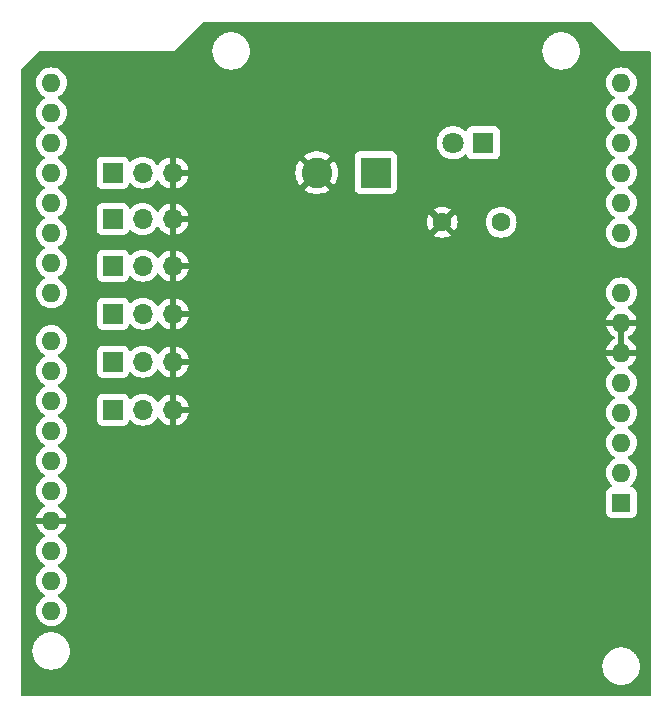
<source format=gbr>
%TF.GenerationSoftware,KiCad,Pcbnew,7.0.9*%
%TF.CreationDate,2024-02-26T09:47:16+09:00*%
%TF.ProjectId,240223_d0345_uno,32343032-3233-45f6-9430-3334355f756e,rev?*%
%TF.SameCoordinates,Original*%
%TF.FileFunction,Copper,L2,Bot*%
%TF.FilePolarity,Positive*%
%FSLAX46Y46*%
G04 Gerber Fmt 4.6, Leading zero omitted, Abs format (unit mm)*
G04 Created by KiCad (PCBNEW 7.0.9) date 2024-02-26 09:47:16*
%MOMM*%
%LPD*%
G01*
G04 APERTURE LIST*
%TA.AperFunction,ComponentPad*%
%ADD10R,1.600000X1.600000*%
%TD*%
%TA.AperFunction,ComponentPad*%
%ADD11O,1.600000X1.600000*%
%TD*%
%TA.AperFunction,ComponentPad*%
%ADD12R,1.700000X1.700000*%
%TD*%
%TA.AperFunction,ComponentPad*%
%ADD13O,1.700000X1.700000*%
%TD*%
%TA.AperFunction,ComponentPad*%
%ADD14R,2.600000X2.600000*%
%TD*%
%TA.AperFunction,ComponentPad*%
%ADD15C,2.600000*%
%TD*%
%TA.AperFunction,ComponentPad*%
%ADD16R,1.800000X1.800000*%
%TD*%
%TA.AperFunction,ComponentPad*%
%ADD17C,1.800000*%
%TD*%
%TA.AperFunction,ComponentPad*%
%ADD18C,1.600000*%
%TD*%
%TA.AperFunction,ViaPad*%
%ADD19C,0.800000*%
%TD*%
G04 APERTURE END LIST*
D10*
%TO.P,A1,1,NC*%
%TO.N,unconnected-(A1-NC-Pad1)*%
X194451370Y-87888000D03*
D11*
%TO.P,A1,2,IOREF*%
%TO.N,unconnected-(A1-IOREF-Pad2)*%
X194451370Y-85348000D03*
%TO.P,A1,3,~{RESET}*%
%TO.N,unconnected-(A1-~{RESET}-Pad3)*%
X194451370Y-82808000D03*
%TO.P,A1,4,3V3*%
%TO.N,unconnected-(A1-3V3-Pad4)*%
X194451370Y-80268000D03*
%TO.P,A1,5,+5V*%
%TO.N,unconnected-(A1-+5V-Pad5)*%
X194451370Y-77728000D03*
%TO.P,A1,6,GND*%
%TO.N,GND*%
X194451370Y-75188000D03*
%TO.P,A1,7,GND*%
X194451370Y-72648000D03*
%TO.P,A1,8,VIN*%
%TO.N,unconnected-(A1-VIN-Pad8)*%
X194451370Y-70108000D03*
%TO.P,A1,9,A0*%
%TO.N,unconnected-(A1-A0-Pad9)*%
X194451370Y-65028000D03*
%TO.P,A1,10,A1*%
%TO.N,unconnected-(A1-A1-Pad10)*%
X194451370Y-62488000D03*
%TO.P,A1,11,A2*%
%TO.N,unconnected-(A1-A2-Pad11)*%
X194451370Y-59948000D03*
%TO.P,A1,12,A3*%
%TO.N,unconnected-(A1-A3-Pad12)*%
X194451370Y-57408000D03*
%TO.P,A1,13,SDA/A4*%
%TO.N,unconnected-(A1-SDA{slash}A4-Pad13)*%
X194451370Y-54868000D03*
%TO.P,A1,14,SCL/A5*%
%TO.N,unconnected-(A1-SCL{slash}A5-Pad14)*%
X194451370Y-52328000D03*
%TO.P,A1,15,D0/RX*%
%TO.N,unconnected-(A1-D0{slash}RX-Pad15)*%
X146191370Y-52328000D03*
%TO.P,A1,16,D1/TX*%
%TO.N,unconnected-(A1-D1{slash}TX-Pad16)*%
X146191370Y-54868000D03*
%TO.P,A1,17,D2*%
%TO.N,unconnected-(A1-D2-Pad17)*%
X146191370Y-57408000D03*
%TO.P,A1,18,D3*%
%TO.N,/S0*%
X146191370Y-59948000D03*
%TO.P,A1,19,D4*%
%TO.N,unconnected-(A1-D4-Pad19)*%
X146191370Y-62488000D03*
%TO.P,A1,20,D5*%
%TO.N,/S1*%
X146191370Y-65028000D03*
%TO.P,A1,21,D6*%
%TO.N,/S2*%
X146191370Y-67568000D03*
%TO.P,A1,22,D7*%
%TO.N,unconnected-(A1-D7-Pad22)*%
X146191370Y-70108000D03*
%TO.P,A1,23,D8*%
%TO.N,unconnected-(A1-D8-Pad23)*%
X146191370Y-74168000D03*
%TO.P,A1,24,D9*%
%TO.N,/S3*%
X146191370Y-76708000D03*
%TO.P,A1,25,D10*%
%TO.N,/S4*%
X146191370Y-79248000D03*
%TO.P,A1,26,D11*%
%TO.N,/S5*%
X146191370Y-81788000D03*
%TO.P,A1,27,D12*%
%TO.N,unconnected-(A1-D12-Pad27)*%
X146191370Y-84328000D03*
%TO.P,A1,28,D13*%
%TO.N,unconnected-(A1-D13-Pad28)*%
X146191370Y-86868000D03*
%TO.P,A1,29,GND*%
%TO.N,GND*%
X146191370Y-89408000D03*
%TO.P,A1,30,AREF*%
%TO.N,unconnected-(A1-AREF-Pad30)*%
X146191370Y-91948000D03*
%TO.P,A1,31,SDA/A4*%
%TO.N,unconnected-(A1-SDA{slash}A4-Pad31)*%
X146191370Y-94488000D03*
%TO.P,A1,32,SCL/A5*%
%TO.N,unconnected-(A1-SCL{slash}A5-Pad32)*%
X146191370Y-97028000D03*
%TD*%
D12*
%TO.P,J7,1,Pin_1*%
%TO.N,/S5*%
X151399000Y-80010000D03*
D13*
%TO.P,J7,2,Pin_2*%
%TO.N,+5V*%
X153939000Y-80010000D03*
%TO.P,J7,3,Pin_3*%
%TO.N,GND*%
X156479000Y-80010000D03*
%TD*%
D12*
%TO.P,J4,1,Pin_1*%
%TO.N,/S2*%
X151399000Y-67818000D03*
D13*
%TO.P,J4,2,Pin_2*%
%TO.N,+5V*%
X153939000Y-67818000D03*
%TO.P,J4,3,Pin_3*%
%TO.N,GND*%
X156479000Y-67818000D03*
%TD*%
D12*
%TO.P,J6,1,Pin_1*%
%TO.N,/S4*%
X151399000Y-75946000D03*
D13*
%TO.P,J6,2,Pin_2*%
%TO.N,+5V*%
X153939000Y-75946000D03*
%TO.P,J6,3,Pin_3*%
%TO.N,GND*%
X156479000Y-75946000D03*
%TD*%
D12*
%TO.P,J3,1,Pin_1*%
%TO.N,/S1*%
X151384000Y-63881000D03*
D13*
%TO.P,J3,2,Pin_2*%
%TO.N,+5V*%
X153924000Y-63881000D03*
%TO.P,J3,3,Pin_3*%
%TO.N,GND*%
X156464000Y-63881000D03*
%TD*%
D14*
%TO.P,J1,1,Pin_1*%
%TO.N,+5V*%
X173660000Y-59944000D03*
D15*
%TO.P,J1,2,Pin_2*%
%TO.N,GND*%
X168660000Y-59944000D03*
%TD*%
D12*
%TO.P,J5,1,Pin_1*%
%TO.N,/S3*%
X151399000Y-71882000D03*
D13*
%TO.P,J5,2,Pin_2*%
%TO.N,+5V*%
X153939000Y-71882000D03*
%TO.P,J5,3,Pin_3*%
%TO.N,GND*%
X156479000Y-71882000D03*
%TD*%
D12*
%TO.P,J2,1,Pin_1*%
%TO.N,/S0*%
X151384000Y-59944000D03*
D13*
%TO.P,J2,2,Pin_2*%
%TO.N,+5V*%
X153924000Y-59944000D03*
%TO.P,J2,3,Pin_3*%
%TO.N,GND*%
X156464000Y-59944000D03*
%TD*%
D16*
%TO.P,D1,1,K*%
%TO.N,Net-(D1-K)*%
X182753000Y-57404000D03*
D17*
%TO.P,D1,2,A*%
%TO.N,+5V*%
X180213000Y-57404000D03*
%TD*%
D18*
%TO.P,R1,1*%
%TO.N,Net-(D1-K)*%
X184277000Y-64135000D03*
%TO.P,R1,2*%
%TO.N,GND*%
X179277000Y-64135000D03*
%TD*%
D19*
%TO.N,GND*%
X155829000Y-54483000D03*
X152146000Y-56769000D03*
X153162000Y-53848000D03*
X187071000Y-65151000D03*
X187071000Y-57531000D03*
X168148000Y-97155000D03*
X162052000Y-87884000D03*
X168275000Y-75819000D03*
X163449000Y-70358000D03*
X185928000Y-95504000D03*
X180594000Y-72136000D03*
X184658000Y-76962000D03*
X180975000Y-88265000D03*
%TD*%
%TA.AperFunction,Conductor*%
%TO.N,GND*%
G36*
X194701370Y-74700060D02*
G01*
X194687792Y-74746297D01*
X194593685Y-74703320D01*
X194487133Y-74688000D01*
X194415607Y-74688000D01*
X194309055Y-74703320D01*
X194217496Y-74745133D01*
X194201548Y-74699923D01*
X194201370Y-74693288D01*
X194201370Y-73083501D01*
X194309055Y-73132680D01*
X194415607Y-73148000D01*
X194487133Y-73148000D01*
X194593685Y-73132680D01*
X194701370Y-73083501D01*
X194701370Y-74700060D01*
G37*
%TD.AperFunction*%
%TA.AperFunction,Conductor*%
G36*
X191913338Y-47167185D02*
G01*
X191932926Y-47182777D01*
X194433411Y-49624194D01*
X194436616Y-49627381D01*
X194436617Y-49627383D01*
X194436720Y-49627425D01*
X194436722Y-49627427D01*
X194436809Y-49627462D01*
X194436901Y-49627500D01*
X194436903Y-49627500D01*
X194437004Y-49627542D01*
X194437006Y-49627541D01*
X194437007Y-49627542D01*
X194437007Y-49627541D01*
X194440399Y-49627500D01*
X196852500Y-49627500D01*
X196919539Y-49647185D01*
X196965294Y-49699989D01*
X196976500Y-49751500D01*
X196976500Y-104142500D01*
X196956815Y-104209539D01*
X196904011Y-104255294D01*
X196852500Y-104266500D01*
X143723027Y-104266500D01*
X143655988Y-104246815D01*
X143610233Y-104194011D01*
X143599027Y-104142500D01*
X143599027Y-100426999D01*
X144584090Y-100426999D01*
X144591756Y-100524408D01*
X144591947Y-100529274D01*
X144591947Y-100551746D01*
X144595461Y-100573943D01*
X144596033Y-100578774D01*
X144601642Y-100650024D01*
X144603701Y-100676186D01*
X144603701Y-100676189D01*
X144603702Y-100676191D01*
X144626510Y-100771195D01*
X144627460Y-100775971D01*
X144630976Y-100798170D01*
X144637921Y-100819542D01*
X144639242Y-100824228D01*
X144662052Y-100919235D01*
X144662054Y-100919241D01*
X144686618Y-100978543D01*
X144699446Y-101009512D01*
X144701127Y-101014070D01*
X144708072Y-101035445D01*
X144718280Y-101055480D01*
X144720318Y-101059901D01*
X144757706Y-101150166D01*
X144808751Y-101233462D01*
X144811130Y-101237710D01*
X144811136Y-101237721D01*
X144821341Y-101257749D01*
X144827688Y-101266485D01*
X144834556Y-101275939D01*
X144837260Y-101279987D01*
X144888305Y-101363283D01*
X144888309Y-101363289D01*
X144951759Y-101437579D01*
X144954763Y-101441390D01*
X144967989Y-101459593D01*
X144983898Y-101475502D01*
X144987191Y-101479065D01*
X145050643Y-101553357D01*
X145081906Y-101580058D01*
X145124932Y-101616806D01*
X145128495Y-101620099D01*
X145144407Y-101636011D01*
X145162613Y-101649238D01*
X145166407Y-101652229D01*
X145240711Y-101715691D01*
X145240713Y-101715692D01*
X145324014Y-101766739D01*
X145328051Y-101769436D01*
X145346251Y-101782659D01*
X145366309Y-101792879D01*
X145370500Y-101795225D01*
X145453834Y-101846293D01*
X145544133Y-101883696D01*
X145548501Y-101885710D01*
X145568551Y-101895926D01*
X145589951Y-101902879D01*
X145594492Y-101904555D01*
X145684764Y-101941947D01*
X145684766Y-101941947D01*
X145684770Y-101941949D01*
X145746790Y-101956838D01*
X145779773Y-101964757D01*
X145784438Y-101966072D01*
X145799872Y-101971087D01*
X145805828Y-101973023D01*
X145805829Y-101973023D01*
X145805832Y-101973024D01*
X145828049Y-101976542D01*
X145832775Y-101977481D01*
X145927814Y-102000299D01*
X146025234Y-102007966D01*
X146030051Y-102008536D01*
X146046801Y-102011189D01*
X146052253Y-102012053D01*
X146074725Y-102012053D01*
X146079591Y-102012244D01*
X146089438Y-102013018D01*
X146177000Y-102019910D01*
X146264561Y-102013018D01*
X146274409Y-102012244D01*
X146279275Y-102012053D01*
X146301743Y-102012053D01*
X146301746Y-102012053D01*
X146323954Y-102008535D01*
X146328756Y-102007966D01*
X146426186Y-102000299D01*
X146521234Y-101977479D01*
X146525906Y-101976549D01*
X146548168Y-101973024D01*
X146569590Y-101966063D01*
X146574209Y-101964761D01*
X146669236Y-101941947D01*
X146759534Y-101904544D01*
X146764023Y-101902887D01*
X146785449Y-101895926D01*
X146805520Y-101885699D01*
X146809861Y-101883698D01*
X146900166Y-101846293D01*
X146983514Y-101795217D01*
X146987686Y-101792881D01*
X147007749Y-101782659D01*
X147025948Y-101769436D01*
X147029964Y-101766752D01*
X147094834Y-101727000D01*
X192844090Y-101727000D01*
X192847430Y-101769436D01*
X192851756Y-101824408D01*
X192851947Y-101829274D01*
X192851947Y-101851746D01*
X192855461Y-101873943D01*
X192856033Y-101878774D01*
X192861642Y-101950024D01*
X192863701Y-101976186D01*
X192863701Y-101976189D01*
X192863702Y-101976191D01*
X192886510Y-102071195D01*
X192887460Y-102075971D01*
X192890976Y-102098170D01*
X192897921Y-102119542D01*
X192899242Y-102124228D01*
X192922052Y-102219235D01*
X192922054Y-102219241D01*
X192946618Y-102278543D01*
X192959446Y-102309512D01*
X192961127Y-102314070D01*
X192968072Y-102335445D01*
X192978280Y-102355480D01*
X192980318Y-102359901D01*
X193017706Y-102450166D01*
X193068751Y-102533462D01*
X193071130Y-102537710D01*
X193071136Y-102537721D01*
X193081341Y-102557749D01*
X193087688Y-102566485D01*
X193094556Y-102575939D01*
X193097260Y-102579987D01*
X193148305Y-102663283D01*
X193148309Y-102663289D01*
X193211759Y-102737579D01*
X193214763Y-102741390D01*
X193227989Y-102759593D01*
X193243898Y-102775502D01*
X193247191Y-102779065D01*
X193310643Y-102853357D01*
X193384926Y-102916801D01*
X193384932Y-102916806D01*
X193388495Y-102920099D01*
X193404407Y-102936011D01*
X193422613Y-102949238D01*
X193426407Y-102952229D01*
X193500711Y-103015691D01*
X193500713Y-103015692D01*
X193584014Y-103066739D01*
X193588051Y-103069436D01*
X193606251Y-103082659D01*
X193626309Y-103092879D01*
X193630500Y-103095225D01*
X193713834Y-103146293D01*
X193804133Y-103183696D01*
X193808501Y-103185710D01*
X193828551Y-103195926D01*
X193849951Y-103202879D01*
X193854492Y-103204555D01*
X193944764Y-103241947D01*
X193944766Y-103241947D01*
X193944770Y-103241949D01*
X194006790Y-103256838D01*
X194039773Y-103264757D01*
X194044438Y-103266072D01*
X194059872Y-103271087D01*
X194065828Y-103273023D01*
X194065829Y-103273023D01*
X194065832Y-103273024D01*
X194088049Y-103276542D01*
X194092775Y-103277481D01*
X194187814Y-103300299D01*
X194285234Y-103307966D01*
X194290051Y-103308536D01*
X194306801Y-103311189D01*
X194312253Y-103312053D01*
X194334725Y-103312053D01*
X194339591Y-103312244D01*
X194349438Y-103313018D01*
X194437000Y-103319910D01*
X194524561Y-103313018D01*
X194534409Y-103312244D01*
X194539275Y-103312053D01*
X194561743Y-103312053D01*
X194561746Y-103312053D01*
X194583954Y-103308535D01*
X194588756Y-103307966D01*
X194686186Y-103300299D01*
X194781234Y-103277479D01*
X194785906Y-103276549D01*
X194808168Y-103273024D01*
X194829590Y-103266063D01*
X194834209Y-103264761D01*
X194929236Y-103241947D01*
X195019534Y-103204544D01*
X195024023Y-103202887D01*
X195045449Y-103195926D01*
X195065520Y-103185699D01*
X195069861Y-103183698D01*
X195160166Y-103146293D01*
X195243514Y-103095217D01*
X195247686Y-103092881D01*
X195267749Y-103082659D01*
X195285948Y-103069436D01*
X195289964Y-103066752D01*
X195373289Y-103015691D01*
X195447596Y-102952226D01*
X195451376Y-102949245D01*
X195469593Y-102936011D01*
X195485507Y-102920096D01*
X195489048Y-102916822D01*
X195563357Y-102853357D01*
X195626822Y-102779048D01*
X195630096Y-102775507D01*
X195646011Y-102759593D01*
X195659245Y-102741376D01*
X195662226Y-102737596D01*
X195725691Y-102663289D01*
X195776752Y-102579965D01*
X195779443Y-102575939D01*
X195792659Y-102557749D01*
X195802881Y-102537686D01*
X195805217Y-102533514D01*
X195856293Y-102450166D01*
X195893698Y-102359861D01*
X195895699Y-102355520D01*
X195905926Y-102335449D01*
X195912887Y-102314023D01*
X195914544Y-102309534D01*
X195951947Y-102219236D01*
X195974761Y-102124209D01*
X195976063Y-102119590D01*
X195983024Y-102098168D01*
X195986549Y-102075906D01*
X195987479Y-102071234D01*
X196010299Y-101976186D01*
X196017966Y-101878759D01*
X196018537Y-101873943D01*
X196022053Y-101851746D01*
X196022668Y-101820371D01*
X196022844Y-101816775D01*
X196029910Y-101727000D01*
X196022844Y-101637227D01*
X196022668Y-101633624D01*
X196022053Y-101602254D01*
X196018537Y-101580054D01*
X196017965Y-101575227D01*
X196015915Y-101549178D01*
X196010299Y-101477814D01*
X195987481Y-101382775D01*
X195986542Y-101378049D01*
X195983024Y-101355832D01*
X195976072Y-101334438D01*
X195974757Y-101329773D01*
X195962804Y-101279986D01*
X195951949Y-101234770D01*
X195951944Y-101234758D01*
X195914555Y-101144492D01*
X195912874Y-101139936D01*
X195905926Y-101118551D01*
X195895710Y-101098501D01*
X195893696Y-101094133D01*
X195856293Y-101003834D01*
X195805225Y-100920500D01*
X195802879Y-100916309D01*
X195792659Y-100896251D01*
X195779436Y-100878051D01*
X195776739Y-100874014D01*
X195725691Y-100790711D01*
X195662229Y-100716407D01*
X195659238Y-100712613D01*
X195646011Y-100694407D01*
X195630099Y-100678495D01*
X195626806Y-100674932D01*
X195626801Y-100674926D01*
X195563357Y-100600643D01*
X195489065Y-100537191D01*
X195485499Y-100533895D01*
X195469593Y-100517989D01*
X195451390Y-100504763D01*
X195447579Y-100501759D01*
X195447578Y-100501758D01*
X195373289Y-100438309D01*
X195373283Y-100438305D01*
X195289987Y-100387260D01*
X195285939Y-100384556D01*
X195276485Y-100377688D01*
X195267749Y-100371341D01*
X195259057Y-100366912D01*
X195247710Y-100361130D01*
X195243462Y-100358751D01*
X195160166Y-100307706D01*
X195069901Y-100270318D01*
X195065480Y-100268280D01*
X195059054Y-100265006D01*
X195045449Y-100258074D01*
X195045446Y-100258073D01*
X195045444Y-100258072D01*
X195045445Y-100258072D01*
X195024070Y-100251127D01*
X195019512Y-100249446D01*
X194988543Y-100236618D01*
X194929241Y-100212054D01*
X194929235Y-100212052D01*
X194834228Y-100189242D01*
X194829542Y-100187921D01*
X194808170Y-100180976D01*
X194785971Y-100177460D01*
X194781195Y-100176510D01*
X194686191Y-100153702D01*
X194686189Y-100153701D01*
X194686186Y-100153701D01*
X194660024Y-100151642D01*
X194588774Y-100146033D01*
X194583943Y-100145461D01*
X194561746Y-100141947D01*
X194539275Y-100141947D01*
X194534409Y-100141756D01*
X194437000Y-100134090D01*
X194339591Y-100141756D01*
X194334725Y-100141947D01*
X194312255Y-100141947D01*
X194312254Y-100141947D01*
X194310088Y-100142290D01*
X194290058Y-100145461D01*
X194285227Y-100146033D01*
X194187811Y-100153701D01*
X194187806Y-100153702D01*
X194092804Y-100176510D01*
X194088029Y-100177460D01*
X194065828Y-100180976D01*
X194044451Y-100187922D01*
X194039767Y-100189243D01*
X193944767Y-100212052D01*
X193944758Y-100212055D01*
X193854501Y-100249440D01*
X193849936Y-100251124D01*
X193828562Y-100258069D01*
X193828545Y-100258076D01*
X193808517Y-100268280D01*
X193804097Y-100270318D01*
X193713841Y-100307703D01*
X193713829Y-100307709D01*
X193630531Y-100358754D01*
X193626285Y-100361132D01*
X193606253Y-100371339D01*
X193606244Y-100371345D01*
X193588057Y-100384557D01*
X193584013Y-100387259D01*
X193500708Y-100438311D01*
X193426420Y-100501758D01*
X193422598Y-100504771D01*
X193404414Y-100517982D01*
X193404408Y-100517987D01*
X193388498Y-100533895D01*
X193384926Y-100537197D01*
X193310642Y-100600642D01*
X193247197Y-100674926D01*
X193243895Y-100678498D01*
X193227987Y-100694408D01*
X193227982Y-100694414D01*
X193214771Y-100712598D01*
X193211758Y-100716420D01*
X193148311Y-100790708D01*
X193097259Y-100874013D01*
X193094557Y-100878057D01*
X193081345Y-100896244D01*
X193081339Y-100896253D01*
X193071132Y-100916285D01*
X193068754Y-100920531D01*
X193017709Y-101003829D01*
X193017703Y-101003841D01*
X192980318Y-101094097D01*
X192978280Y-101098517D01*
X192968076Y-101118545D01*
X192968069Y-101118562D01*
X192961124Y-101139936D01*
X192959440Y-101144501D01*
X192922055Y-101234758D01*
X192922052Y-101234767D01*
X192899243Y-101329767D01*
X192897922Y-101334451D01*
X192890976Y-101355828D01*
X192887460Y-101378029D01*
X192886510Y-101382804D01*
X192863702Y-101477806D01*
X192863701Y-101477811D01*
X192856033Y-101575227D01*
X192855461Y-101580058D01*
X192851947Y-101602254D01*
X192851947Y-101624725D01*
X192851756Y-101629591D01*
X192845356Y-101710910D01*
X192844090Y-101727000D01*
X147094834Y-101727000D01*
X147113289Y-101715691D01*
X147187596Y-101652226D01*
X147191376Y-101649245D01*
X147209593Y-101636011D01*
X147225507Y-101620096D01*
X147229048Y-101616822D01*
X147303357Y-101553357D01*
X147366822Y-101479048D01*
X147370096Y-101475507D01*
X147386011Y-101459593D01*
X147399245Y-101441376D01*
X147402226Y-101437596D01*
X147465691Y-101363289D01*
X147516752Y-101279965D01*
X147519443Y-101275939D01*
X147532659Y-101257749D01*
X147542881Y-101237686D01*
X147545217Y-101233514D01*
X147596293Y-101150166D01*
X147633698Y-101059861D01*
X147635699Y-101055520D01*
X147645926Y-101035449D01*
X147652887Y-101014023D01*
X147654544Y-101009534D01*
X147691947Y-100919236D01*
X147714761Y-100824209D01*
X147716063Y-100819590D01*
X147723024Y-100798168D01*
X147726549Y-100775906D01*
X147727479Y-100771234D01*
X147750299Y-100676186D01*
X147757966Y-100578759D01*
X147758537Y-100573943D01*
X147762053Y-100551746D01*
X147762668Y-100520371D01*
X147762844Y-100516775D01*
X147769910Y-100427000D01*
X147762844Y-100337227D01*
X147762668Y-100333624D01*
X147762053Y-100302254D01*
X147758538Y-100280058D01*
X147757965Y-100275225D01*
X147757579Y-100270318D01*
X147750299Y-100177814D01*
X147727481Y-100082775D01*
X147726542Y-100078049D01*
X147723024Y-100055832D01*
X147716072Y-100034438D01*
X147714757Y-100029773D01*
X147706838Y-99996790D01*
X147691949Y-99934770D01*
X147691944Y-99934758D01*
X147654555Y-99844492D01*
X147652874Y-99839936D01*
X147645926Y-99818551D01*
X147635710Y-99798501D01*
X147633696Y-99794133D01*
X147596293Y-99703834D01*
X147545225Y-99620500D01*
X147542879Y-99616309D01*
X147532659Y-99596251D01*
X147519436Y-99578051D01*
X147516739Y-99574014D01*
X147465691Y-99490711D01*
X147402229Y-99416407D01*
X147399238Y-99412613D01*
X147386011Y-99394407D01*
X147370099Y-99378495D01*
X147366806Y-99374932D01*
X147366801Y-99374926D01*
X147303357Y-99300643D01*
X147229065Y-99237191D01*
X147225499Y-99233895D01*
X147209593Y-99217989D01*
X147191390Y-99204763D01*
X147187579Y-99201759D01*
X147187578Y-99201758D01*
X147113289Y-99138309D01*
X147113283Y-99138305D01*
X147029987Y-99087260D01*
X147025939Y-99084556D01*
X147016485Y-99077688D01*
X147007749Y-99071341D01*
X146999057Y-99066912D01*
X146987710Y-99061130D01*
X146983462Y-99058751D01*
X146900166Y-99007706D01*
X146809901Y-98970318D01*
X146805480Y-98968280D01*
X146799054Y-98965006D01*
X146785449Y-98958074D01*
X146785446Y-98958073D01*
X146785444Y-98958072D01*
X146785445Y-98958072D01*
X146764070Y-98951127D01*
X146759512Y-98949446D01*
X146728543Y-98936618D01*
X146669241Y-98912054D01*
X146669235Y-98912052D01*
X146574228Y-98889242D01*
X146569542Y-98887921D01*
X146548170Y-98880976D01*
X146525971Y-98877460D01*
X146521195Y-98876510D01*
X146426191Y-98853702D01*
X146426189Y-98853701D01*
X146426186Y-98853701D01*
X146400024Y-98851642D01*
X146328774Y-98846033D01*
X146323943Y-98845461D01*
X146301746Y-98841947D01*
X146279275Y-98841947D01*
X146274409Y-98841756D01*
X146177000Y-98834090D01*
X146079591Y-98841756D01*
X146074725Y-98841947D01*
X146052255Y-98841947D01*
X146052254Y-98841947D01*
X146050088Y-98842290D01*
X146030058Y-98845461D01*
X146025227Y-98846033D01*
X145927811Y-98853701D01*
X145927806Y-98853702D01*
X145832804Y-98876510D01*
X145828029Y-98877460D01*
X145805828Y-98880976D01*
X145784451Y-98887922D01*
X145779767Y-98889243D01*
X145684767Y-98912052D01*
X145684758Y-98912055D01*
X145594501Y-98949440D01*
X145589936Y-98951124D01*
X145568562Y-98958069D01*
X145568545Y-98958076D01*
X145548517Y-98968280D01*
X145544097Y-98970318D01*
X145453841Y-99007703D01*
X145453829Y-99007709D01*
X145370531Y-99058754D01*
X145366285Y-99061132D01*
X145346253Y-99071339D01*
X145346244Y-99071345D01*
X145328057Y-99084557D01*
X145324013Y-99087259D01*
X145240708Y-99138311D01*
X145166420Y-99201758D01*
X145162598Y-99204771D01*
X145144414Y-99217982D01*
X145144408Y-99217987D01*
X145128498Y-99233895D01*
X145124926Y-99237197D01*
X145050642Y-99300642D01*
X144987197Y-99374926D01*
X144983895Y-99378498D01*
X144967987Y-99394408D01*
X144967982Y-99394414D01*
X144954771Y-99412598D01*
X144951758Y-99416420D01*
X144888311Y-99490708D01*
X144837259Y-99574013D01*
X144834557Y-99578057D01*
X144821345Y-99596244D01*
X144821339Y-99596253D01*
X144811132Y-99616285D01*
X144808754Y-99620531D01*
X144757709Y-99703829D01*
X144757703Y-99703841D01*
X144720318Y-99794097D01*
X144718280Y-99798517D01*
X144708076Y-99818545D01*
X144708069Y-99818562D01*
X144701124Y-99839936D01*
X144699440Y-99844501D01*
X144662055Y-99934758D01*
X144662052Y-99934767D01*
X144639243Y-100029767D01*
X144637922Y-100034451D01*
X144630976Y-100055828D01*
X144627460Y-100078029D01*
X144626510Y-100082804D01*
X144603702Y-100177806D01*
X144603701Y-100177812D01*
X144596034Y-100275225D01*
X144595462Y-100280058D01*
X144591947Y-100302254D01*
X144591947Y-100324725D01*
X144591756Y-100329591D01*
X144584090Y-100426999D01*
X143599027Y-100426999D01*
X143599027Y-97028001D01*
X144885902Y-97028001D01*
X144905734Y-97254686D01*
X144905736Y-97254697D01*
X144964628Y-97474488D01*
X144964631Y-97474497D01*
X145060801Y-97680732D01*
X145060802Y-97680734D01*
X145191324Y-97867141D01*
X145352228Y-98028045D01*
X145352231Y-98028047D01*
X145538636Y-98158568D01*
X145744874Y-98254739D01*
X145964678Y-98313635D01*
X146126600Y-98327801D01*
X146191368Y-98333468D01*
X146191370Y-98333468D01*
X146191372Y-98333468D01*
X146248043Y-98328509D01*
X146418062Y-98313635D01*
X146637866Y-98254739D01*
X146844104Y-98158568D01*
X147030509Y-98028047D01*
X147191417Y-97867139D01*
X147321938Y-97680734D01*
X147418109Y-97474496D01*
X147477005Y-97254692D01*
X147496838Y-97028000D01*
X147477005Y-96801308D01*
X147418109Y-96581504D01*
X147321938Y-96375266D01*
X147191417Y-96188861D01*
X147191415Y-96188858D01*
X147030511Y-96027954D01*
X146844104Y-95897432D01*
X146844098Y-95897429D01*
X146786095Y-95870382D01*
X146733655Y-95824210D01*
X146714503Y-95757017D01*
X146734718Y-95690135D01*
X146786095Y-95645618D01*
X146844104Y-95618568D01*
X147030509Y-95488047D01*
X147191417Y-95327139D01*
X147321938Y-95140734D01*
X147418109Y-94934496D01*
X147477005Y-94714692D01*
X147496838Y-94488000D01*
X147477005Y-94261308D01*
X147418109Y-94041504D01*
X147321938Y-93835266D01*
X147191417Y-93648861D01*
X147191415Y-93648858D01*
X147030511Y-93487954D01*
X146844104Y-93357432D01*
X146844098Y-93357429D01*
X146786095Y-93330382D01*
X146733655Y-93284210D01*
X146714503Y-93217017D01*
X146734718Y-93150135D01*
X146786095Y-93105618D01*
X146844104Y-93078568D01*
X147030509Y-92948047D01*
X147191417Y-92787139D01*
X147321938Y-92600734D01*
X147418109Y-92394496D01*
X147477005Y-92174692D01*
X147496838Y-91948000D01*
X147477005Y-91721308D01*
X147418109Y-91501504D01*
X147321938Y-91295266D01*
X147191417Y-91108861D01*
X147191415Y-91108858D01*
X147030511Y-90947954D01*
X146844104Y-90817432D01*
X146844102Y-90817431D01*
X146832645Y-90812088D01*
X146785502Y-90790105D01*
X146733064Y-90743934D01*
X146713912Y-90676740D01*
X146734128Y-90609859D01*
X146785504Y-90565341D01*
X146843854Y-90538132D01*
X147030190Y-90407657D01*
X147191027Y-90246820D01*
X147321504Y-90060482D01*
X147417635Y-89854326D01*
X147417639Y-89854317D01*
X147470242Y-89658000D01*
X146625056Y-89658000D01*
X146650863Y-89617844D01*
X146691370Y-89479889D01*
X146691370Y-89336111D01*
X146650863Y-89198156D01*
X146625056Y-89158000D01*
X147470242Y-89158000D01*
X147470242Y-89157999D01*
X147417639Y-88961682D01*
X147417635Y-88961673D01*
X147321504Y-88755517D01*
X147191027Y-88569179D01*
X147030190Y-88408342D01*
X146843852Y-88277865D01*
X146785503Y-88250657D01*
X146733064Y-88204484D01*
X146713912Y-88137291D01*
X146734128Y-88070410D01*
X146785499Y-88025895D01*
X146844104Y-87998568D01*
X147030509Y-87868047D01*
X147191417Y-87707139D01*
X147321938Y-87520734D01*
X147418109Y-87314496D01*
X147477005Y-87094692D01*
X147496838Y-86868000D01*
X147494884Y-86845671D01*
X147484804Y-86730452D01*
X147477005Y-86641308D01*
X147418109Y-86421504D01*
X147321938Y-86215266D01*
X147191417Y-86028861D01*
X147191415Y-86028858D01*
X147030511Y-85867954D01*
X146844104Y-85737432D01*
X146844098Y-85737429D01*
X146786095Y-85710382D01*
X146733655Y-85664210D01*
X146714503Y-85597017D01*
X146734718Y-85530135D01*
X146786095Y-85485618D01*
X146844104Y-85458568D01*
X147002011Y-85348001D01*
X193145902Y-85348001D01*
X193165734Y-85574686D01*
X193165736Y-85574697D01*
X193224628Y-85794488D01*
X193224631Y-85794497D01*
X193320801Y-86000732D01*
X193320802Y-86000734D01*
X193451324Y-86187141D01*
X193612228Y-86348045D01*
X193636832Y-86365273D01*
X193680457Y-86419849D01*
X193687651Y-86489348D01*
X193656128Y-86551703D01*
X193595899Y-86587117D01*
X193578963Y-86590138D01*
X193543886Y-86593908D01*
X193409041Y-86644202D01*
X193409034Y-86644206D01*
X193293825Y-86730452D01*
X193293822Y-86730455D01*
X193207576Y-86845664D01*
X193207572Y-86845671D01*
X193157278Y-86980517D01*
X193150871Y-87040116D01*
X193150871Y-87040123D01*
X193150870Y-87040135D01*
X193150870Y-88735870D01*
X193150871Y-88735876D01*
X193157278Y-88795483D01*
X193207572Y-88930328D01*
X193207576Y-88930335D01*
X193293822Y-89045544D01*
X193293825Y-89045547D01*
X193409034Y-89131793D01*
X193409041Y-89131797D01*
X193543887Y-89182091D01*
X193543886Y-89182091D01*
X193550814Y-89182835D01*
X193603497Y-89188500D01*
X195299242Y-89188499D01*
X195358853Y-89182091D01*
X195493701Y-89131796D01*
X195608916Y-89045546D01*
X195695166Y-88930331D01*
X195745461Y-88795483D01*
X195751870Y-88735873D01*
X195751869Y-87040128D01*
X195745461Y-86980517D01*
X195703495Y-86868001D01*
X195695167Y-86845671D01*
X195695163Y-86845664D01*
X195608917Y-86730455D01*
X195608914Y-86730452D01*
X195493705Y-86644206D01*
X195493698Y-86644202D01*
X195358852Y-86593908D01*
X195358853Y-86593908D01*
X195323774Y-86590137D01*
X195259223Y-86563399D01*
X195219375Y-86506006D01*
X195216882Y-86436181D01*
X195252535Y-86376092D01*
X195265909Y-86365272D01*
X195290510Y-86348046D01*
X195451415Y-86187141D01*
X195451417Y-86187139D01*
X195581938Y-86000734D01*
X195678109Y-85794496D01*
X195737005Y-85574692D01*
X195756838Y-85348000D01*
X195737005Y-85121308D01*
X195678109Y-84901504D01*
X195581938Y-84695266D01*
X195451417Y-84508861D01*
X195451415Y-84508858D01*
X195290511Y-84347954D01*
X195104104Y-84217432D01*
X195104098Y-84217429D01*
X195046095Y-84190382D01*
X194993655Y-84144210D01*
X194974503Y-84077017D01*
X194994718Y-84010135D01*
X195046095Y-83965618D01*
X195104104Y-83938568D01*
X195290509Y-83808047D01*
X195451417Y-83647139D01*
X195581938Y-83460734D01*
X195678109Y-83254496D01*
X195737005Y-83034692D01*
X195756838Y-82808000D01*
X195737005Y-82581308D01*
X195678109Y-82361504D01*
X195581938Y-82155266D01*
X195451417Y-81968861D01*
X195451415Y-81968858D01*
X195290511Y-81807954D01*
X195104104Y-81677432D01*
X195104098Y-81677429D01*
X195046095Y-81650382D01*
X194993655Y-81604210D01*
X194974503Y-81537017D01*
X194994718Y-81470135D01*
X195046095Y-81425618D01*
X195104104Y-81398568D01*
X195290509Y-81268047D01*
X195451417Y-81107139D01*
X195581938Y-80920734D01*
X195678109Y-80714496D01*
X195737005Y-80494692D01*
X195756838Y-80268000D01*
X195754861Y-80245408D01*
X195741015Y-80087141D01*
X195737005Y-80041308D01*
X195678109Y-79821504D01*
X195581938Y-79615266D01*
X195451417Y-79428861D01*
X195451415Y-79428858D01*
X195290511Y-79267954D01*
X195104104Y-79137432D01*
X195104098Y-79137429D01*
X195070860Y-79121930D01*
X195046094Y-79110381D01*
X194993655Y-79064210D01*
X194974503Y-78997017D01*
X194994718Y-78930135D01*
X195046095Y-78885618D01*
X195104104Y-78858568D01*
X195290509Y-78728047D01*
X195451417Y-78567139D01*
X195581938Y-78380734D01*
X195678109Y-78174496D01*
X195737005Y-77954692D01*
X195756838Y-77728000D01*
X195737005Y-77501308D01*
X195692286Y-77334415D01*
X195678111Y-77281511D01*
X195678108Y-77281502D01*
X195675838Y-77276633D01*
X195581938Y-77075266D01*
X195451417Y-76888861D01*
X195451415Y-76888858D01*
X195290511Y-76727954D01*
X195104104Y-76597432D01*
X195104102Y-76597431D01*
X195089590Y-76590664D01*
X195045502Y-76570105D01*
X194993064Y-76523934D01*
X194973912Y-76456740D01*
X194994128Y-76389859D01*
X195045504Y-76345341D01*
X195103854Y-76318132D01*
X195290190Y-76187657D01*
X195451027Y-76026820D01*
X195581504Y-75840482D01*
X195677635Y-75634326D01*
X195677639Y-75634317D01*
X195730242Y-75438000D01*
X194885056Y-75438000D01*
X194910863Y-75397844D01*
X194951370Y-75259889D01*
X194951370Y-75116111D01*
X194910863Y-74978156D01*
X194885056Y-74938000D01*
X195730242Y-74938000D01*
X195730242Y-74937999D01*
X195677639Y-74741682D01*
X195677635Y-74741673D01*
X195581504Y-74535517D01*
X195451027Y-74349179D01*
X195290190Y-74188342D01*
X195103851Y-74057865D01*
X195103849Y-74057864D01*
X195044913Y-74030382D01*
X194992473Y-73984210D01*
X194973321Y-73917017D01*
X194993536Y-73850136D01*
X195044913Y-73805618D01*
X195103849Y-73778135D01*
X195103851Y-73778134D01*
X195290190Y-73647657D01*
X195451027Y-73486820D01*
X195581504Y-73300482D01*
X195677635Y-73094326D01*
X195677639Y-73094317D01*
X195730242Y-72898000D01*
X194885056Y-72898000D01*
X194910863Y-72857844D01*
X194951370Y-72719889D01*
X194951370Y-72576111D01*
X194910863Y-72438156D01*
X194885056Y-72398000D01*
X195730242Y-72398000D01*
X195730242Y-72397999D01*
X195677639Y-72201682D01*
X195677635Y-72201673D01*
X195581504Y-71995517D01*
X195451027Y-71809179D01*
X195290190Y-71648342D01*
X195103852Y-71517865D01*
X195045503Y-71490657D01*
X194993064Y-71444484D01*
X194973912Y-71377291D01*
X194994128Y-71310410D01*
X195045499Y-71265895D01*
X195104104Y-71238568D01*
X195290509Y-71108047D01*
X195451417Y-70947139D01*
X195581938Y-70760734D01*
X195678109Y-70554496D01*
X195737005Y-70334692D01*
X195756838Y-70108000D01*
X195737005Y-69881308D01*
X195678109Y-69661504D01*
X195581938Y-69455266D01*
X195451417Y-69268861D01*
X195451415Y-69268858D01*
X195290511Y-69107954D01*
X195104104Y-68977432D01*
X195104102Y-68977431D01*
X194897867Y-68881261D01*
X194897858Y-68881258D01*
X194678067Y-68822366D01*
X194678063Y-68822365D01*
X194678062Y-68822365D01*
X194678061Y-68822364D01*
X194678056Y-68822364D01*
X194451372Y-68802532D01*
X194451368Y-68802532D01*
X194224683Y-68822364D01*
X194224672Y-68822366D01*
X194004881Y-68881258D01*
X194004872Y-68881261D01*
X193798637Y-68977431D01*
X193798635Y-68977432D01*
X193612228Y-69107954D01*
X193451324Y-69268858D01*
X193320802Y-69455265D01*
X193320801Y-69455267D01*
X193224631Y-69661502D01*
X193224628Y-69661511D01*
X193165736Y-69881302D01*
X193165734Y-69881313D01*
X193145902Y-70107998D01*
X193145902Y-70108001D01*
X193165734Y-70334686D01*
X193165736Y-70334697D01*
X193224628Y-70554488D01*
X193224631Y-70554497D01*
X193320801Y-70760732D01*
X193320802Y-70760734D01*
X193451324Y-70947141D01*
X193612228Y-71108045D01*
X193612231Y-71108047D01*
X193798636Y-71238568D01*
X193857235Y-71265893D01*
X193909675Y-71312065D01*
X193928827Y-71379258D01*
X193908612Y-71446139D01*
X193857237Y-71490657D01*
X193798885Y-71517867D01*
X193612549Y-71648342D01*
X193451712Y-71809179D01*
X193321235Y-71995517D01*
X193225104Y-72201673D01*
X193225100Y-72201682D01*
X193172497Y-72397999D01*
X193172498Y-72398000D01*
X194017684Y-72398000D01*
X193991877Y-72438156D01*
X193951370Y-72576111D01*
X193951370Y-72719889D01*
X193991877Y-72857844D01*
X194017684Y-72898000D01*
X193172498Y-72898000D01*
X193225100Y-73094317D01*
X193225104Y-73094326D01*
X193321235Y-73300482D01*
X193451712Y-73486820D01*
X193612549Y-73647657D01*
X193798887Y-73778134D01*
X193857827Y-73805618D01*
X193910266Y-73851790D01*
X193929418Y-73918984D01*
X193909202Y-73985865D01*
X193857827Y-74030382D01*
X193798887Y-74057865D01*
X193612549Y-74188342D01*
X193451712Y-74349179D01*
X193321235Y-74535517D01*
X193225104Y-74741673D01*
X193225100Y-74741682D01*
X193172497Y-74937999D01*
X193172498Y-74938000D01*
X194017684Y-74938000D01*
X193991877Y-74978156D01*
X193951370Y-75116111D01*
X193951370Y-75259889D01*
X193991877Y-75397844D01*
X194017684Y-75438000D01*
X193172498Y-75438000D01*
X193225100Y-75634317D01*
X193225104Y-75634326D01*
X193321235Y-75840482D01*
X193451712Y-76026820D01*
X193612549Y-76187657D01*
X193798888Y-76318134D01*
X193798890Y-76318135D01*
X193857235Y-76345342D01*
X193909675Y-76391514D01*
X193928827Y-76458707D01*
X193908612Y-76525589D01*
X193857237Y-76570105D01*
X193813150Y-76590664D01*
X193798634Y-76597433D01*
X193612228Y-76727954D01*
X193451324Y-76888858D01*
X193320802Y-77075265D01*
X193320801Y-77075267D01*
X193224631Y-77281502D01*
X193224628Y-77281511D01*
X193165736Y-77501302D01*
X193165734Y-77501313D01*
X193145902Y-77727998D01*
X193145902Y-77728001D01*
X193165734Y-77954686D01*
X193165736Y-77954697D01*
X193224628Y-78174488D01*
X193224631Y-78174497D01*
X193320801Y-78380732D01*
X193320802Y-78380734D01*
X193451324Y-78567141D01*
X193612228Y-78728045D01*
X193612231Y-78728047D01*
X193798636Y-78858568D01*
X193856645Y-78885618D01*
X193909084Y-78931791D01*
X193928236Y-78998984D01*
X193908020Y-79065865D01*
X193856645Y-79110381D01*
X193839642Y-79118310D01*
X193798637Y-79137431D01*
X193798635Y-79137432D01*
X193612228Y-79267954D01*
X193451324Y-79428858D01*
X193320802Y-79615265D01*
X193320801Y-79615267D01*
X193224631Y-79821502D01*
X193224628Y-79821511D01*
X193165736Y-80041302D01*
X193165734Y-80041313D01*
X193145902Y-80267998D01*
X193145902Y-80268001D01*
X193165734Y-80494686D01*
X193165736Y-80494697D01*
X193224628Y-80714488D01*
X193224631Y-80714497D01*
X193320801Y-80920732D01*
X193320802Y-80920734D01*
X193451324Y-81107141D01*
X193612228Y-81268045D01*
X193612231Y-81268047D01*
X193798636Y-81398568D01*
X193856645Y-81425618D01*
X193909084Y-81471791D01*
X193928236Y-81538984D01*
X193908020Y-81605865D01*
X193856645Y-81650382D01*
X193798637Y-81677431D01*
X193798635Y-81677432D01*
X193612228Y-81807954D01*
X193451324Y-81968858D01*
X193320802Y-82155265D01*
X193320801Y-82155267D01*
X193224631Y-82361502D01*
X193224628Y-82361511D01*
X193165736Y-82581302D01*
X193165734Y-82581313D01*
X193145902Y-82807998D01*
X193145902Y-82808001D01*
X193165734Y-83034686D01*
X193165736Y-83034697D01*
X193224628Y-83254488D01*
X193224631Y-83254497D01*
X193320801Y-83460732D01*
X193320802Y-83460734D01*
X193451324Y-83647141D01*
X193612228Y-83808045D01*
X193612231Y-83808047D01*
X193798636Y-83938568D01*
X193856645Y-83965618D01*
X193909084Y-84011791D01*
X193928236Y-84078984D01*
X193908020Y-84145865D01*
X193856645Y-84190382D01*
X193798637Y-84217431D01*
X193798635Y-84217432D01*
X193612228Y-84347954D01*
X193451324Y-84508858D01*
X193320802Y-84695265D01*
X193320801Y-84695267D01*
X193224631Y-84901502D01*
X193224628Y-84901511D01*
X193165736Y-85121302D01*
X193165734Y-85121313D01*
X193145902Y-85347998D01*
X193145902Y-85348001D01*
X147002011Y-85348001D01*
X147030509Y-85328047D01*
X147191417Y-85167139D01*
X147321938Y-84980734D01*
X147418109Y-84774496D01*
X147477005Y-84554692D01*
X147496838Y-84328000D01*
X147477005Y-84101308D01*
X147418109Y-83881504D01*
X147321938Y-83675266D01*
X147191417Y-83488861D01*
X147191415Y-83488858D01*
X147030511Y-83327954D01*
X146844104Y-83197432D01*
X146844098Y-83197429D01*
X146786095Y-83170382D01*
X146733655Y-83124210D01*
X146714503Y-83057017D01*
X146734718Y-82990135D01*
X146786095Y-82945618D01*
X146844104Y-82918568D01*
X147030509Y-82788047D01*
X147191417Y-82627139D01*
X147321938Y-82440734D01*
X147418109Y-82234496D01*
X147477005Y-82014692D01*
X147496838Y-81788000D01*
X147477005Y-81561308D01*
X147418109Y-81341504D01*
X147321938Y-81135266D01*
X147191417Y-80948861D01*
X147191415Y-80948858D01*
X147150427Y-80907870D01*
X150048500Y-80907870D01*
X150048501Y-80907876D01*
X150054908Y-80967483D01*
X150105202Y-81102328D01*
X150105206Y-81102335D01*
X150191452Y-81217544D01*
X150191455Y-81217547D01*
X150306664Y-81303793D01*
X150306671Y-81303797D01*
X150441517Y-81354091D01*
X150441516Y-81354091D01*
X150448444Y-81354835D01*
X150501127Y-81360500D01*
X152296872Y-81360499D01*
X152356483Y-81354091D01*
X152491331Y-81303796D01*
X152606546Y-81217546D01*
X152692796Y-81102331D01*
X152741810Y-80970916D01*
X152783681Y-80914984D01*
X152849145Y-80890566D01*
X152917418Y-80905417D01*
X152945673Y-80926569D01*
X153067599Y-81048495D01*
X153151351Y-81107139D01*
X153261165Y-81184032D01*
X153261167Y-81184033D01*
X153261170Y-81184035D01*
X153475337Y-81283903D01*
X153703592Y-81345063D01*
X153880034Y-81360500D01*
X153938999Y-81365659D01*
X153939000Y-81365659D01*
X153939001Y-81365659D01*
X153997966Y-81360500D01*
X154174408Y-81345063D01*
X154402663Y-81283903D01*
X154616830Y-81184035D01*
X154810401Y-81048495D01*
X154977495Y-80881401D01*
X155107730Y-80695405D01*
X155162307Y-80651781D01*
X155231805Y-80644587D01*
X155294160Y-80676110D01*
X155310879Y-80695405D01*
X155440890Y-80881078D01*
X155607917Y-81048105D01*
X155801421Y-81183600D01*
X156015507Y-81283429D01*
X156015516Y-81283433D01*
X156229000Y-81340634D01*
X156229000Y-80445501D01*
X156336685Y-80494680D01*
X156443237Y-80510000D01*
X156514763Y-80510000D01*
X156621315Y-80494680D01*
X156729000Y-80445501D01*
X156729000Y-81340633D01*
X156942483Y-81283433D01*
X156942492Y-81283429D01*
X157156578Y-81183600D01*
X157350082Y-81048105D01*
X157517105Y-80881082D01*
X157652600Y-80687578D01*
X157752429Y-80473492D01*
X157752432Y-80473486D01*
X157809636Y-80260000D01*
X156912686Y-80260000D01*
X156938493Y-80219844D01*
X156979000Y-80081889D01*
X156979000Y-79938111D01*
X156938493Y-79800156D01*
X156912686Y-79760000D01*
X157809636Y-79760000D01*
X157809635Y-79759999D01*
X157752432Y-79546513D01*
X157752429Y-79546507D01*
X157652600Y-79332422D01*
X157652599Y-79332420D01*
X157517113Y-79138926D01*
X157517108Y-79138920D01*
X157350082Y-78971894D01*
X157156578Y-78836399D01*
X156942492Y-78736570D01*
X156942486Y-78736567D01*
X156729000Y-78679364D01*
X156729000Y-79574498D01*
X156621315Y-79525320D01*
X156514763Y-79510000D01*
X156443237Y-79510000D01*
X156336685Y-79525320D01*
X156229000Y-79574498D01*
X156229000Y-78679364D01*
X156228999Y-78679364D01*
X156015513Y-78736567D01*
X156015507Y-78736570D01*
X155801422Y-78836399D01*
X155801420Y-78836400D01*
X155607926Y-78971886D01*
X155607920Y-78971891D01*
X155440891Y-79138920D01*
X155440890Y-79138922D01*
X155310880Y-79324595D01*
X155256303Y-79368219D01*
X155186804Y-79375412D01*
X155124450Y-79343890D01*
X155107730Y-79324594D01*
X154977494Y-79138597D01*
X154810402Y-78971506D01*
X154810395Y-78971501D01*
X154616834Y-78835967D01*
X154616830Y-78835965D01*
X154616828Y-78835964D01*
X154402663Y-78736097D01*
X154402659Y-78736096D01*
X154402655Y-78736094D01*
X154174413Y-78674938D01*
X154174403Y-78674936D01*
X153939001Y-78654341D01*
X153938999Y-78654341D01*
X153703596Y-78674936D01*
X153703586Y-78674938D01*
X153475344Y-78736094D01*
X153475335Y-78736098D01*
X153261171Y-78835964D01*
X153261169Y-78835965D01*
X153067600Y-78971503D01*
X152945673Y-79093430D01*
X152884350Y-79126914D01*
X152814658Y-79121930D01*
X152758725Y-79080058D01*
X152741810Y-79049081D01*
X152692797Y-78917671D01*
X152692793Y-78917664D01*
X152606547Y-78802455D01*
X152606544Y-78802452D01*
X152491335Y-78716206D01*
X152491328Y-78716202D01*
X152356482Y-78665908D01*
X152356483Y-78665908D01*
X152296883Y-78659501D01*
X152296881Y-78659500D01*
X152296873Y-78659500D01*
X152296864Y-78659500D01*
X150501129Y-78659500D01*
X150501123Y-78659501D01*
X150441516Y-78665908D01*
X150306671Y-78716202D01*
X150306664Y-78716206D01*
X150191455Y-78802452D01*
X150191452Y-78802455D01*
X150105206Y-78917664D01*
X150105202Y-78917671D01*
X150054908Y-79052517D01*
X150048501Y-79112116D01*
X150048500Y-79112135D01*
X150048500Y-80907870D01*
X147150427Y-80907870D01*
X147030511Y-80787954D01*
X146844104Y-80657432D01*
X146844098Y-80657429D01*
X146786095Y-80630382D01*
X146733655Y-80584210D01*
X146714503Y-80517017D01*
X146734718Y-80450135D01*
X146786095Y-80405618D01*
X146844104Y-80378568D01*
X147030509Y-80248047D01*
X147191417Y-80087139D01*
X147321938Y-79900734D01*
X147418109Y-79694496D01*
X147477005Y-79474692D01*
X147496838Y-79248000D01*
X147477005Y-79021308D01*
X147427343Y-78835965D01*
X147418111Y-78801511D01*
X147418108Y-78801502D01*
X147321938Y-78595266D01*
X147191417Y-78408861D01*
X147191415Y-78408858D01*
X147030511Y-78247954D01*
X146844104Y-78117432D01*
X146844098Y-78117429D01*
X146786095Y-78090382D01*
X146733655Y-78044210D01*
X146714503Y-77977017D01*
X146734718Y-77910135D01*
X146786095Y-77865618D01*
X146844104Y-77838568D01*
X147030509Y-77708047D01*
X147191417Y-77547139D01*
X147321938Y-77360734D01*
X147418109Y-77154496D01*
X147477005Y-76934692D01*
X147484951Y-76843870D01*
X150048500Y-76843870D01*
X150048501Y-76843876D01*
X150054908Y-76903483D01*
X150105202Y-77038328D01*
X150105206Y-77038335D01*
X150191452Y-77153544D01*
X150191455Y-77153547D01*
X150306664Y-77239793D01*
X150306671Y-77239797D01*
X150441517Y-77290091D01*
X150441516Y-77290091D01*
X150448444Y-77290835D01*
X150501127Y-77296500D01*
X152296872Y-77296499D01*
X152356483Y-77290091D01*
X152491331Y-77239796D01*
X152606546Y-77153546D01*
X152692796Y-77038331D01*
X152741810Y-76906916D01*
X152783681Y-76850984D01*
X152849145Y-76826566D01*
X152917418Y-76841417D01*
X152945673Y-76862569D01*
X153067599Y-76984495D01*
X153164384Y-77052265D01*
X153261165Y-77120032D01*
X153261167Y-77120033D01*
X153261170Y-77120035D01*
X153475337Y-77219903D01*
X153703592Y-77281063D01*
X153880034Y-77296500D01*
X153938999Y-77301659D01*
X153939000Y-77301659D01*
X153939001Y-77301659D01*
X153997966Y-77296500D01*
X154174408Y-77281063D01*
X154402663Y-77219903D01*
X154616830Y-77120035D01*
X154810401Y-76984495D01*
X154977495Y-76817401D01*
X155107730Y-76631405D01*
X155162307Y-76587781D01*
X155231805Y-76580587D01*
X155294160Y-76612110D01*
X155310879Y-76631405D01*
X155440890Y-76817078D01*
X155607917Y-76984105D01*
X155801421Y-77119600D01*
X156015507Y-77219429D01*
X156015516Y-77219433D01*
X156229000Y-77276634D01*
X156229000Y-76381501D01*
X156336685Y-76430680D01*
X156443237Y-76446000D01*
X156514763Y-76446000D01*
X156621315Y-76430680D01*
X156729000Y-76381501D01*
X156729000Y-77276633D01*
X156942483Y-77219433D01*
X156942492Y-77219429D01*
X157156578Y-77119600D01*
X157350082Y-76984105D01*
X157517105Y-76817082D01*
X157652600Y-76623578D01*
X157752429Y-76409492D01*
X157752432Y-76409486D01*
X157809636Y-76196000D01*
X156912686Y-76196000D01*
X156938493Y-76155844D01*
X156979000Y-76017889D01*
X156979000Y-75874111D01*
X156938493Y-75736156D01*
X156912686Y-75696000D01*
X157809636Y-75696000D01*
X157809635Y-75695999D01*
X157752432Y-75482513D01*
X157752429Y-75482507D01*
X157652600Y-75268422D01*
X157652599Y-75268420D01*
X157517113Y-75074926D01*
X157517108Y-75074920D01*
X157350082Y-74907894D01*
X157156578Y-74772399D01*
X156942492Y-74672570D01*
X156942486Y-74672567D01*
X156729000Y-74615364D01*
X156729000Y-75510498D01*
X156621315Y-75461320D01*
X156514763Y-75446000D01*
X156443237Y-75446000D01*
X156336685Y-75461320D01*
X156229000Y-75510498D01*
X156229000Y-74615364D01*
X156228999Y-74615364D01*
X156015513Y-74672567D01*
X156015507Y-74672570D01*
X155801422Y-74772399D01*
X155801420Y-74772400D01*
X155607926Y-74907886D01*
X155607920Y-74907891D01*
X155440891Y-75074920D01*
X155440890Y-75074922D01*
X155310880Y-75260595D01*
X155256303Y-75304219D01*
X155186804Y-75311412D01*
X155124450Y-75279890D01*
X155107730Y-75260594D01*
X154977494Y-75074597D01*
X154810402Y-74907506D01*
X154810395Y-74907501D01*
X154616834Y-74771967D01*
X154616830Y-74771965D01*
X154551888Y-74741682D01*
X154402663Y-74672097D01*
X154402659Y-74672096D01*
X154402655Y-74672094D01*
X154174413Y-74610938D01*
X154174403Y-74610936D01*
X153939001Y-74590341D01*
X153938999Y-74590341D01*
X153703596Y-74610936D01*
X153703586Y-74610938D01*
X153475344Y-74672094D01*
X153475335Y-74672098D01*
X153261171Y-74771964D01*
X153261169Y-74771965D01*
X153067600Y-74907503D01*
X152945673Y-75029430D01*
X152884350Y-75062914D01*
X152814658Y-75057930D01*
X152758725Y-75016058D01*
X152741810Y-74985081D01*
X152692797Y-74853671D01*
X152692793Y-74853664D01*
X152606547Y-74738455D01*
X152606544Y-74738452D01*
X152491335Y-74652206D01*
X152491328Y-74652202D01*
X152356482Y-74601908D01*
X152356483Y-74601908D01*
X152296883Y-74595501D01*
X152296881Y-74595500D01*
X152296873Y-74595500D01*
X152296864Y-74595500D01*
X150501129Y-74595500D01*
X150501123Y-74595501D01*
X150441516Y-74601908D01*
X150306671Y-74652202D01*
X150306664Y-74652206D01*
X150191455Y-74738452D01*
X150191452Y-74738455D01*
X150105206Y-74853664D01*
X150105202Y-74853671D01*
X150054908Y-74988517D01*
X150048501Y-75048116D01*
X150048500Y-75048135D01*
X150048500Y-76843870D01*
X147484951Y-76843870D01*
X147496838Y-76708000D01*
X147477005Y-76481308D01*
X147418109Y-76261504D01*
X147321938Y-76055266D01*
X147191417Y-75868861D01*
X147191415Y-75868858D01*
X147030511Y-75707954D01*
X146844104Y-75577432D01*
X146844098Y-75577429D01*
X146786095Y-75550382D01*
X146733655Y-75504210D01*
X146714503Y-75437017D01*
X146734718Y-75370135D01*
X146786095Y-75325618D01*
X146844104Y-75298568D01*
X147030509Y-75168047D01*
X147191417Y-75007139D01*
X147321938Y-74820734D01*
X147418109Y-74614496D01*
X147477005Y-74394692D01*
X147496838Y-74168000D01*
X147477005Y-73941308D01*
X147418109Y-73721504D01*
X147321938Y-73515266D01*
X147191417Y-73328861D01*
X147191415Y-73328858D01*
X147030511Y-73167954D01*
X146844104Y-73037432D01*
X146844102Y-73037431D01*
X146637867Y-72941261D01*
X146637858Y-72941258D01*
X146418067Y-72882366D01*
X146418063Y-72882365D01*
X146418062Y-72882365D01*
X146418061Y-72882364D01*
X146418056Y-72882364D01*
X146191372Y-72862532D01*
X146191368Y-72862532D01*
X145964683Y-72882364D01*
X145964672Y-72882366D01*
X145744881Y-72941258D01*
X145744872Y-72941261D01*
X145538637Y-73037431D01*
X145538635Y-73037432D01*
X145352228Y-73167954D01*
X145191324Y-73328858D01*
X145060802Y-73515265D01*
X145060801Y-73515267D01*
X144964631Y-73721502D01*
X144964628Y-73721511D01*
X144905736Y-73941302D01*
X144905734Y-73941313D01*
X144885902Y-74167998D01*
X144885902Y-74168001D01*
X144905734Y-74394686D01*
X144905736Y-74394697D01*
X144964628Y-74614488D01*
X144964631Y-74614497D01*
X145060801Y-74820732D01*
X145060802Y-74820734D01*
X145191324Y-75007141D01*
X145352228Y-75168045D01*
X145397147Y-75199497D01*
X145538636Y-75298568D01*
X145596645Y-75325618D01*
X145649084Y-75371791D01*
X145668236Y-75438984D01*
X145648020Y-75505865D01*
X145596645Y-75550382D01*
X145538637Y-75577431D01*
X145538635Y-75577432D01*
X145352228Y-75707954D01*
X145191324Y-75868858D01*
X145060802Y-76055265D01*
X145060801Y-76055267D01*
X144964631Y-76261502D01*
X144964628Y-76261511D01*
X144905736Y-76481302D01*
X144905734Y-76481313D01*
X144885902Y-76707998D01*
X144885902Y-76708001D01*
X144905734Y-76934686D01*
X144905736Y-76934697D01*
X144964628Y-77154488D01*
X144964631Y-77154497D01*
X145060801Y-77360732D01*
X145060802Y-77360734D01*
X145191324Y-77547141D01*
X145352228Y-77708045D01*
X145399063Y-77740839D01*
X145538636Y-77838568D01*
X145596645Y-77865618D01*
X145649084Y-77911791D01*
X145668236Y-77978984D01*
X145648020Y-78045865D01*
X145596645Y-78090382D01*
X145538637Y-78117431D01*
X145538635Y-78117432D01*
X145352228Y-78247954D01*
X145191324Y-78408858D01*
X145060802Y-78595265D01*
X145060801Y-78595267D01*
X144964631Y-78801502D01*
X144964628Y-78801511D01*
X144905736Y-79021302D01*
X144905734Y-79021313D01*
X144885902Y-79247998D01*
X144885902Y-79248001D01*
X144905734Y-79474686D01*
X144905736Y-79474697D01*
X144964628Y-79694488D01*
X144964631Y-79694497D01*
X145060801Y-79900732D01*
X145060802Y-79900734D01*
X145191324Y-80087141D01*
X145352228Y-80248045D01*
X145399063Y-80280839D01*
X145538636Y-80378568D01*
X145596645Y-80405618D01*
X145649084Y-80451791D01*
X145668236Y-80518984D01*
X145648020Y-80585865D01*
X145596645Y-80630382D01*
X145538637Y-80657431D01*
X145538635Y-80657432D01*
X145352228Y-80787954D01*
X145191324Y-80948858D01*
X145060802Y-81135265D01*
X145060801Y-81135267D01*
X144964631Y-81341502D01*
X144964628Y-81341511D01*
X144905736Y-81561302D01*
X144905734Y-81561313D01*
X144885902Y-81787998D01*
X144885902Y-81788001D01*
X144905734Y-82014686D01*
X144905736Y-82014697D01*
X144964628Y-82234488D01*
X144964631Y-82234497D01*
X145060801Y-82440732D01*
X145060802Y-82440734D01*
X145191324Y-82627141D01*
X145352228Y-82788045D01*
X145399063Y-82820839D01*
X145538636Y-82918568D01*
X145596645Y-82945618D01*
X145649084Y-82991791D01*
X145668236Y-83058984D01*
X145648020Y-83125865D01*
X145596645Y-83170382D01*
X145538637Y-83197431D01*
X145538635Y-83197432D01*
X145352228Y-83327954D01*
X145191324Y-83488858D01*
X145060802Y-83675265D01*
X145060801Y-83675267D01*
X144964631Y-83881502D01*
X144964628Y-83881511D01*
X144905736Y-84101302D01*
X144905734Y-84101313D01*
X144885902Y-84327998D01*
X144885902Y-84328001D01*
X144905734Y-84554686D01*
X144905736Y-84554697D01*
X144964628Y-84774488D01*
X144964631Y-84774497D01*
X145060801Y-84980732D01*
X145060802Y-84980734D01*
X145191324Y-85167141D01*
X145352228Y-85328045D01*
X145399063Y-85360839D01*
X145538636Y-85458568D01*
X145596645Y-85485618D01*
X145649084Y-85531791D01*
X145668236Y-85598984D01*
X145648020Y-85665865D01*
X145596645Y-85710382D01*
X145538637Y-85737431D01*
X145538635Y-85737432D01*
X145352228Y-85867954D01*
X145191324Y-86028858D01*
X145060802Y-86215265D01*
X145060801Y-86215267D01*
X144964631Y-86421502D01*
X144964628Y-86421511D01*
X144905736Y-86641302D01*
X144905734Y-86641313D01*
X144885902Y-86867998D01*
X144885902Y-86868001D01*
X144905734Y-87094686D01*
X144905736Y-87094697D01*
X144964628Y-87314488D01*
X144964631Y-87314497D01*
X145060801Y-87520732D01*
X145060802Y-87520734D01*
X145191324Y-87707141D01*
X145352228Y-87868045D01*
X145352231Y-87868047D01*
X145538636Y-87998568D01*
X145597235Y-88025893D01*
X145649675Y-88072065D01*
X145668827Y-88139258D01*
X145648612Y-88206139D01*
X145597237Y-88250657D01*
X145538885Y-88277867D01*
X145352549Y-88408342D01*
X145191712Y-88569179D01*
X145061235Y-88755517D01*
X144965104Y-88961673D01*
X144965100Y-88961682D01*
X144912497Y-89157999D01*
X144912498Y-89158000D01*
X145757684Y-89158000D01*
X145731877Y-89198156D01*
X145691370Y-89336111D01*
X145691370Y-89479889D01*
X145731877Y-89617844D01*
X145757684Y-89658000D01*
X144912498Y-89658000D01*
X144965100Y-89854317D01*
X144965104Y-89854326D01*
X145061235Y-90060482D01*
X145191712Y-90246820D01*
X145352549Y-90407657D01*
X145538888Y-90538134D01*
X145538890Y-90538135D01*
X145597235Y-90565342D01*
X145649675Y-90611514D01*
X145668827Y-90678707D01*
X145648612Y-90745589D01*
X145597237Y-90790105D01*
X145538638Y-90817431D01*
X145538634Y-90817433D01*
X145352228Y-90947954D01*
X145191324Y-91108858D01*
X145060802Y-91295265D01*
X145060801Y-91295267D01*
X144964631Y-91501502D01*
X144964628Y-91501511D01*
X144905736Y-91721302D01*
X144905734Y-91721313D01*
X144885902Y-91947998D01*
X144885902Y-91948001D01*
X144905734Y-92174686D01*
X144905736Y-92174697D01*
X144964628Y-92394488D01*
X144964631Y-92394497D01*
X145060801Y-92600732D01*
X145060802Y-92600734D01*
X145191324Y-92787141D01*
X145352228Y-92948045D01*
X145352231Y-92948047D01*
X145538636Y-93078568D01*
X145596645Y-93105618D01*
X145649084Y-93151791D01*
X145668236Y-93218984D01*
X145648020Y-93285865D01*
X145596645Y-93330382D01*
X145538637Y-93357431D01*
X145538635Y-93357432D01*
X145352228Y-93487954D01*
X145191324Y-93648858D01*
X145060802Y-93835265D01*
X145060801Y-93835267D01*
X144964631Y-94041502D01*
X144964628Y-94041511D01*
X144905736Y-94261302D01*
X144905734Y-94261313D01*
X144885902Y-94487998D01*
X144885902Y-94488001D01*
X144905734Y-94714686D01*
X144905736Y-94714697D01*
X144964628Y-94934488D01*
X144964631Y-94934497D01*
X145060801Y-95140732D01*
X145060802Y-95140734D01*
X145191324Y-95327141D01*
X145352228Y-95488045D01*
X145352231Y-95488047D01*
X145538636Y-95618568D01*
X145596645Y-95645618D01*
X145649084Y-95691791D01*
X145668236Y-95758984D01*
X145648020Y-95825865D01*
X145596645Y-95870382D01*
X145538637Y-95897431D01*
X145538635Y-95897432D01*
X145352228Y-96027954D01*
X145191324Y-96188858D01*
X145060802Y-96375265D01*
X145060801Y-96375267D01*
X144964631Y-96581502D01*
X144964628Y-96581511D01*
X144905736Y-96801302D01*
X144905734Y-96801313D01*
X144885902Y-97027998D01*
X144885902Y-97028001D01*
X143599027Y-97028001D01*
X143599027Y-72779870D01*
X150048500Y-72779870D01*
X150048501Y-72779876D01*
X150054908Y-72839483D01*
X150105202Y-72974328D01*
X150105206Y-72974335D01*
X150191452Y-73089544D01*
X150191455Y-73089547D01*
X150306664Y-73175793D01*
X150306671Y-73175797D01*
X150441517Y-73226091D01*
X150441516Y-73226091D01*
X150448444Y-73226835D01*
X150501127Y-73232500D01*
X152296872Y-73232499D01*
X152356483Y-73226091D01*
X152491331Y-73175796D01*
X152606546Y-73089546D01*
X152692796Y-72974331D01*
X152741810Y-72842916D01*
X152783681Y-72786984D01*
X152849145Y-72762566D01*
X152917418Y-72777417D01*
X152945673Y-72798569D01*
X153067599Y-72920495D01*
X153150864Y-72978798D01*
X153261165Y-73056032D01*
X153261167Y-73056033D01*
X153261170Y-73056035D01*
X153475337Y-73155903D01*
X153703592Y-73217063D01*
X153880034Y-73232500D01*
X153938999Y-73237659D01*
X153939000Y-73237659D01*
X153939001Y-73237659D01*
X153997966Y-73232500D01*
X154174408Y-73217063D01*
X154402663Y-73155903D01*
X154616830Y-73056035D01*
X154810401Y-72920495D01*
X154977495Y-72753401D01*
X155107730Y-72567405D01*
X155162307Y-72523781D01*
X155231805Y-72516587D01*
X155294160Y-72548110D01*
X155310879Y-72567405D01*
X155440890Y-72753078D01*
X155607917Y-72920105D01*
X155801421Y-73055600D01*
X156015507Y-73155429D01*
X156015516Y-73155433D01*
X156229000Y-73212634D01*
X156229000Y-72317501D01*
X156336685Y-72366680D01*
X156443237Y-72382000D01*
X156514763Y-72382000D01*
X156621315Y-72366680D01*
X156729000Y-72317501D01*
X156729000Y-73212633D01*
X156942483Y-73155433D01*
X156942492Y-73155429D01*
X157156578Y-73055600D01*
X157350082Y-72920105D01*
X157517105Y-72753082D01*
X157652600Y-72559578D01*
X157752429Y-72345492D01*
X157752432Y-72345486D01*
X157809636Y-72132000D01*
X156912686Y-72132000D01*
X156938493Y-72091844D01*
X156979000Y-71953889D01*
X156979000Y-71810111D01*
X156938493Y-71672156D01*
X156912686Y-71632000D01*
X157809636Y-71632000D01*
X157809635Y-71631999D01*
X157752432Y-71418513D01*
X157752429Y-71418507D01*
X157652600Y-71204422D01*
X157652599Y-71204420D01*
X157517113Y-71010926D01*
X157517108Y-71010920D01*
X157350082Y-70843894D01*
X157156578Y-70708399D01*
X156942492Y-70608570D01*
X156942486Y-70608567D01*
X156729000Y-70551364D01*
X156729000Y-71446498D01*
X156621315Y-71397320D01*
X156514763Y-71382000D01*
X156443237Y-71382000D01*
X156336685Y-71397320D01*
X156229000Y-71446498D01*
X156229000Y-70551364D01*
X156228999Y-70551364D01*
X156015513Y-70608567D01*
X156015507Y-70608570D01*
X155801422Y-70708399D01*
X155801420Y-70708400D01*
X155607926Y-70843886D01*
X155607920Y-70843891D01*
X155440891Y-71010920D01*
X155440890Y-71010922D01*
X155310880Y-71196595D01*
X155256303Y-71240219D01*
X155186804Y-71247412D01*
X155124450Y-71215890D01*
X155107730Y-71196594D01*
X154977494Y-71010597D01*
X154810402Y-70843506D01*
X154810395Y-70843501D01*
X154616834Y-70707967D01*
X154616830Y-70707965D01*
X154616828Y-70707964D01*
X154402663Y-70608097D01*
X154402659Y-70608096D01*
X154402655Y-70608094D01*
X154174413Y-70546938D01*
X154174403Y-70546936D01*
X153939001Y-70526341D01*
X153938999Y-70526341D01*
X153703596Y-70546936D01*
X153703586Y-70546938D01*
X153475344Y-70608094D01*
X153475335Y-70608098D01*
X153261171Y-70707964D01*
X153261169Y-70707965D01*
X153067600Y-70843503D01*
X152945673Y-70965430D01*
X152884350Y-70998914D01*
X152814658Y-70993930D01*
X152758725Y-70952058D01*
X152741810Y-70921081D01*
X152692797Y-70789671D01*
X152692793Y-70789664D01*
X152606547Y-70674455D01*
X152606544Y-70674452D01*
X152491335Y-70588206D01*
X152491328Y-70588202D01*
X152356482Y-70537908D01*
X152356483Y-70537908D01*
X152296883Y-70531501D01*
X152296881Y-70531500D01*
X152296873Y-70531500D01*
X152296864Y-70531500D01*
X150501129Y-70531500D01*
X150501123Y-70531501D01*
X150441516Y-70537908D01*
X150306671Y-70588202D01*
X150306664Y-70588206D01*
X150191455Y-70674452D01*
X150191452Y-70674455D01*
X150105206Y-70789664D01*
X150105202Y-70789671D01*
X150054908Y-70924517D01*
X150048501Y-70984116D01*
X150048500Y-70984135D01*
X150048500Y-72779870D01*
X143599027Y-72779870D01*
X143599027Y-70108001D01*
X144885902Y-70108001D01*
X144905734Y-70334686D01*
X144905736Y-70334697D01*
X144964628Y-70554488D01*
X144964631Y-70554497D01*
X145060801Y-70760732D01*
X145060802Y-70760734D01*
X145191324Y-70947141D01*
X145352228Y-71108045D01*
X145352231Y-71108047D01*
X145538636Y-71238568D01*
X145744874Y-71334739D01*
X145964678Y-71393635D01*
X146126600Y-71407801D01*
X146191368Y-71413468D01*
X146191370Y-71413468D01*
X146191372Y-71413468D01*
X146248043Y-71408509D01*
X146418062Y-71393635D01*
X146637866Y-71334739D01*
X146844104Y-71238568D01*
X147030509Y-71108047D01*
X147191417Y-70947139D01*
X147321938Y-70760734D01*
X147418109Y-70554496D01*
X147477005Y-70334692D01*
X147496838Y-70108000D01*
X147477005Y-69881308D01*
X147418109Y-69661504D01*
X147321938Y-69455266D01*
X147191417Y-69268861D01*
X147191415Y-69268858D01*
X147030511Y-69107954D01*
X146844104Y-68977432D01*
X146844098Y-68977429D01*
X146786095Y-68950382D01*
X146733655Y-68904210D01*
X146714503Y-68837017D01*
X146734718Y-68770135D01*
X146786095Y-68725618D01*
X146807000Y-68715870D01*
X150048500Y-68715870D01*
X150048501Y-68715876D01*
X150054908Y-68775483D01*
X150105202Y-68910328D01*
X150105206Y-68910335D01*
X150191452Y-69025544D01*
X150191455Y-69025547D01*
X150306664Y-69111793D01*
X150306671Y-69111797D01*
X150441517Y-69162091D01*
X150441516Y-69162091D01*
X150448444Y-69162835D01*
X150501127Y-69168500D01*
X152296872Y-69168499D01*
X152356483Y-69162091D01*
X152491331Y-69111796D01*
X152606546Y-69025546D01*
X152692796Y-68910331D01*
X152741810Y-68778916D01*
X152783681Y-68722984D01*
X152849145Y-68698566D01*
X152917418Y-68713417D01*
X152945673Y-68734569D01*
X153067599Y-68856495D01*
X153164384Y-68924265D01*
X153261165Y-68992032D01*
X153261167Y-68992033D01*
X153261170Y-68992035D01*
X153475337Y-69091903D01*
X153703592Y-69153063D01*
X153880034Y-69168500D01*
X153938999Y-69173659D01*
X153939000Y-69173659D01*
X153939001Y-69173659D01*
X153997966Y-69168500D01*
X154174408Y-69153063D01*
X154402663Y-69091903D01*
X154616830Y-68992035D01*
X154810401Y-68856495D01*
X154977495Y-68689401D01*
X155107730Y-68503405D01*
X155162307Y-68459781D01*
X155231805Y-68452587D01*
X155294160Y-68484110D01*
X155310879Y-68503405D01*
X155440890Y-68689078D01*
X155607917Y-68856105D01*
X155801421Y-68991600D01*
X156015507Y-69091429D01*
X156015516Y-69091433D01*
X156229000Y-69148634D01*
X156229000Y-68253501D01*
X156336685Y-68302680D01*
X156443237Y-68318000D01*
X156514763Y-68318000D01*
X156621315Y-68302680D01*
X156729000Y-68253501D01*
X156729000Y-69148633D01*
X156942483Y-69091433D01*
X156942492Y-69091429D01*
X157156578Y-68991600D01*
X157350082Y-68856105D01*
X157517105Y-68689082D01*
X157652600Y-68495578D01*
X157752429Y-68281492D01*
X157752432Y-68281486D01*
X157809636Y-68068000D01*
X156912686Y-68068000D01*
X156938493Y-68027844D01*
X156979000Y-67889889D01*
X156979000Y-67746111D01*
X156938493Y-67608156D01*
X156912686Y-67568000D01*
X157809636Y-67568000D01*
X157809635Y-67567999D01*
X157752432Y-67354513D01*
X157752429Y-67354507D01*
X157652600Y-67140422D01*
X157652599Y-67140420D01*
X157517113Y-66946926D01*
X157517108Y-66946920D01*
X157350082Y-66779894D01*
X157156578Y-66644399D01*
X156942492Y-66544570D01*
X156942486Y-66544567D01*
X156729000Y-66487364D01*
X156729000Y-67382498D01*
X156621315Y-67333320D01*
X156514763Y-67318000D01*
X156443237Y-67318000D01*
X156336685Y-67333320D01*
X156229000Y-67382498D01*
X156229000Y-66487364D01*
X156228999Y-66487364D01*
X156015513Y-66544567D01*
X156015507Y-66544570D01*
X155801422Y-66644399D01*
X155801420Y-66644400D01*
X155607926Y-66779886D01*
X155607920Y-66779891D01*
X155440891Y-66946920D01*
X155440890Y-66946922D01*
X155310880Y-67132595D01*
X155256303Y-67176219D01*
X155186804Y-67183412D01*
X155124450Y-67151890D01*
X155107730Y-67132594D01*
X154977494Y-66946597D01*
X154810402Y-66779506D01*
X154810395Y-66779501D01*
X154616834Y-66643967D01*
X154616830Y-66643965D01*
X154616828Y-66643964D01*
X154402663Y-66544097D01*
X154402659Y-66544096D01*
X154402655Y-66544094D01*
X154174413Y-66482938D01*
X154174403Y-66482936D01*
X153939001Y-66462341D01*
X153938999Y-66462341D01*
X153703596Y-66482936D01*
X153703586Y-66482938D01*
X153475344Y-66544094D01*
X153475335Y-66544098D01*
X153261171Y-66643964D01*
X153261169Y-66643965D01*
X153067600Y-66779503D01*
X152945673Y-66901430D01*
X152884350Y-66934914D01*
X152814658Y-66929930D01*
X152758725Y-66888058D01*
X152741810Y-66857081D01*
X152692797Y-66725671D01*
X152692793Y-66725664D01*
X152606547Y-66610455D01*
X152606544Y-66610452D01*
X152491335Y-66524206D01*
X152491328Y-66524202D01*
X152356482Y-66473908D01*
X152356483Y-66473908D01*
X152296883Y-66467501D01*
X152296881Y-66467500D01*
X152296873Y-66467500D01*
X152296864Y-66467500D01*
X150501129Y-66467500D01*
X150501123Y-66467501D01*
X150441516Y-66473908D01*
X150306671Y-66524202D01*
X150306664Y-66524206D01*
X150191455Y-66610452D01*
X150191452Y-66610455D01*
X150105206Y-66725664D01*
X150105202Y-66725671D01*
X150054908Y-66860517D01*
X150048501Y-66920116D01*
X150048500Y-66920135D01*
X150048500Y-68715870D01*
X146807000Y-68715870D01*
X146844104Y-68698568D01*
X147030509Y-68568047D01*
X147191417Y-68407139D01*
X147321938Y-68220734D01*
X147418109Y-68014496D01*
X147477005Y-67794692D01*
X147496838Y-67568000D01*
X147477005Y-67341308D01*
X147418109Y-67121504D01*
X147321938Y-66915266D01*
X147191417Y-66728861D01*
X147191415Y-66728858D01*
X147030511Y-66567954D01*
X146844104Y-66437432D01*
X146844098Y-66437429D01*
X146786095Y-66410382D01*
X146733655Y-66364210D01*
X146714503Y-66297017D01*
X146734718Y-66230135D01*
X146786095Y-66185618D01*
X146844104Y-66158568D01*
X147030509Y-66028047D01*
X147191417Y-65867139D01*
X147321938Y-65680734D01*
X147418109Y-65474496D01*
X147477005Y-65254692D01*
X147496838Y-65028000D01*
X147477005Y-64801308D01*
X147470993Y-64778870D01*
X150033500Y-64778870D01*
X150033501Y-64778876D01*
X150039908Y-64838483D01*
X150090202Y-64973328D01*
X150090206Y-64973335D01*
X150176452Y-65088544D01*
X150176455Y-65088547D01*
X150291664Y-65174793D01*
X150291671Y-65174797D01*
X150426517Y-65225091D01*
X150426516Y-65225091D01*
X150433444Y-65225835D01*
X150486127Y-65231500D01*
X152281872Y-65231499D01*
X152341483Y-65225091D01*
X152476331Y-65174796D01*
X152591546Y-65088546D01*
X152677796Y-64973331D01*
X152726810Y-64841916D01*
X152768681Y-64785984D01*
X152834145Y-64761566D01*
X152902418Y-64776417D01*
X152930673Y-64797569D01*
X153052599Y-64919495D01*
X153130639Y-64974139D01*
X153246165Y-65055032D01*
X153246167Y-65055033D01*
X153246170Y-65055035D01*
X153460337Y-65154903D01*
X153688592Y-65216063D01*
X153865034Y-65231500D01*
X153923999Y-65236659D01*
X153924000Y-65236659D01*
X153924001Y-65236659D01*
X153982966Y-65231500D01*
X154159408Y-65216063D01*
X154387663Y-65154903D01*
X154601830Y-65055035D01*
X154795401Y-64919495D01*
X154962495Y-64752401D01*
X155092730Y-64566405D01*
X155147307Y-64522781D01*
X155216805Y-64515587D01*
X155279160Y-64547110D01*
X155295879Y-64566405D01*
X155425890Y-64752078D01*
X155592917Y-64919105D01*
X155786421Y-65054600D01*
X156000507Y-65154429D01*
X156000516Y-65154433D01*
X156214000Y-65211634D01*
X156214000Y-64316501D01*
X156321685Y-64365680D01*
X156428237Y-64381000D01*
X156499763Y-64381000D01*
X156606315Y-64365680D01*
X156714000Y-64316501D01*
X156714000Y-65211633D01*
X156927483Y-65154433D01*
X156927492Y-65154429D01*
X157141578Y-65054600D01*
X157335082Y-64919105D01*
X157502105Y-64752082D01*
X157637600Y-64558578D01*
X157737429Y-64344492D01*
X157737432Y-64344486D01*
X157793564Y-64135002D01*
X177972034Y-64135002D01*
X177991858Y-64361599D01*
X177991860Y-64361610D01*
X178050730Y-64581317D01*
X178050734Y-64581326D01*
X178146865Y-64787481D01*
X178146866Y-64787483D01*
X178197973Y-64860471D01*
X178197974Y-64860472D01*
X178879046Y-64179399D01*
X178891835Y-64260148D01*
X178949359Y-64373045D01*
X179038955Y-64462641D01*
X179151852Y-64520165D01*
X179232599Y-64532953D01*
X178551526Y-65214025D01*
X178551526Y-65214026D01*
X178624512Y-65265131D01*
X178624516Y-65265133D01*
X178830673Y-65361265D01*
X178830682Y-65361269D01*
X179050389Y-65420139D01*
X179050400Y-65420141D01*
X179276998Y-65439966D01*
X179277002Y-65439966D01*
X179503599Y-65420141D01*
X179503610Y-65420139D01*
X179723317Y-65361269D01*
X179723331Y-65361264D01*
X179929478Y-65265136D01*
X180002472Y-65214025D01*
X179321401Y-64532953D01*
X179402148Y-64520165D01*
X179515045Y-64462641D01*
X179604641Y-64373045D01*
X179662165Y-64260148D01*
X179674953Y-64179400D01*
X180356025Y-64860472D01*
X180407136Y-64787478D01*
X180503264Y-64581331D01*
X180503269Y-64581317D01*
X180562139Y-64361610D01*
X180562141Y-64361599D01*
X180581966Y-64135002D01*
X180581966Y-64135001D01*
X182971532Y-64135001D01*
X182991364Y-64361686D01*
X182991366Y-64361697D01*
X183050258Y-64581488D01*
X183050261Y-64581497D01*
X183146431Y-64787732D01*
X183146432Y-64787734D01*
X183276954Y-64974141D01*
X183437858Y-65135045D01*
X183437861Y-65135047D01*
X183624266Y-65265568D01*
X183830504Y-65361739D01*
X184050308Y-65420635D01*
X184212230Y-65434801D01*
X184276998Y-65440468D01*
X184277000Y-65440468D01*
X184277002Y-65440468D01*
X184333673Y-65435509D01*
X184503692Y-65420635D01*
X184723496Y-65361739D01*
X184929734Y-65265568D01*
X185116139Y-65135047D01*
X185223185Y-65028001D01*
X193145902Y-65028001D01*
X193165734Y-65254686D01*
X193165736Y-65254697D01*
X193224628Y-65474488D01*
X193224631Y-65474497D01*
X193320801Y-65680732D01*
X193320802Y-65680734D01*
X193451324Y-65867141D01*
X193612228Y-66028045D01*
X193612231Y-66028047D01*
X193798636Y-66158568D01*
X194004874Y-66254739D01*
X194224678Y-66313635D01*
X194386600Y-66327801D01*
X194451368Y-66333468D01*
X194451370Y-66333468D01*
X194451372Y-66333468D01*
X194508043Y-66328509D01*
X194678062Y-66313635D01*
X194897866Y-66254739D01*
X195104104Y-66158568D01*
X195290509Y-66028047D01*
X195451417Y-65867139D01*
X195581938Y-65680734D01*
X195678109Y-65474496D01*
X195737005Y-65254692D01*
X195756838Y-65028000D01*
X195737005Y-64801308D01*
X195678109Y-64581504D01*
X195581938Y-64375266D01*
X195451417Y-64188861D01*
X195451415Y-64188858D01*
X195290511Y-64027954D01*
X195104104Y-63897432D01*
X195104098Y-63897429D01*
X195046095Y-63870382D01*
X194993655Y-63824210D01*
X194974503Y-63757017D01*
X194994718Y-63690135D01*
X195046095Y-63645618D01*
X195046151Y-63645592D01*
X195104104Y-63618568D01*
X195290509Y-63488047D01*
X195451417Y-63327139D01*
X195581938Y-63140734D01*
X195678109Y-62934496D01*
X195737005Y-62714692D01*
X195756838Y-62488000D01*
X195737005Y-62261308D01*
X195678109Y-62041504D01*
X195581938Y-61835266D01*
X195451417Y-61648861D01*
X195451415Y-61648858D01*
X195290511Y-61487954D01*
X195104104Y-61357432D01*
X195104098Y-61357429D01*
X195046095Y-61330382D01*
X194993655Y-61284210D01*
X194974503Y-61217017D01*
X194994718Y-61150135D01*
X195046095Y-61105618D01*
X195104104Y-61078568D01*
X195290509Y-60948047D01*
X195451417Y-60787139D01*
X195581938Y-60600734D01*
X195678109Y-60394496D01*
X195737005Y-60174692D01*
X195756838Y-59948000D01*
X195756488Y-59944004D01*
X195737005Y-59721313D01*
X195737005Y-59721308D01*
X195678109Y-59501504D01*
X195581938Y-59295266D01*
X195451417Y-59108861D01*
X195451415Y-59108858D01*
X195290511Y-58947954D01*
X195104104Y-58817432D01*
X195104098Y-58817429D01*
X195046095Y-58790382D01*
X194993655Y-58744210D01*
X194974503Y-58677017D01*
X194994718Y-58610135D01*
X195046095Y-58565618D01*
X195104104Y-58538568D01*
X195290509Y-58408047D01*
X195451417Y-58247139D01*
X195581938Y-58060734D01*
X195678109Y-57854496D01*
X195737005Y-57634692D01*
X195756838Y-57408000D01*
X195756487Y-57403993D01*
X195737005Y-57181313D01*
X195737005Y-57181308D01*
X195678109Y-56961504D01*
X195581938Y-56755266D01*
X195451417Y-56568861D01*
X195451415Y-56568858D01*
X195290511Y-56407954D01*
X195104104Y-56277432D01*
X195104098Y-56277429D01*
X195070305Y-56261671D01*
X195046094Y-56250381D01*
X194993655Y-56204210D01*
X194974503Y-56137017D01*
X194994718Y-56070135D01*
X195046095Y-56025618D01*
X195104104Y-55998568D01*
X195290509Y-55868047D01*
X195451417Y-55707139D01*
X195581938Y-55520734D01*
X195678109Y-55314496D01*
X195737005Y-55094692D01*
X195756838Y-54868000D01*
X195737005Y-54641308D01*
X195678109Y-54421504D01*
X195581938Y-54215266D01*
X195451417Y-54028861D01*
X195451415Y-54028858D01*
X195290511Y-53867954D01*
X195104104Y-53737432D01*
X195104098Y-53737429D01*
X195046095Y-53710382D01*
X194993655Y-53664210D01*
X194974503Y-53597017D01*
X194994718Y-53530135D01*
X195046095Y-53485618D01*
X195104104Y-53458568D01*
X195290509Y-53328047D01*
X195451417Y-53167139D01*
X195581938Y-52980734D01*
X195678109Y-52774496D01*
X195737005Y-52554692D01*
X195756838Y-52328000D01*
X195737005Y-52101308D01*
X195678109Y-51881504D01*
X195581938Y-51675266D01*
X195451417Y-51488861D01*
X195451415Y-51488858D01*
X195290511Y-51327954D01*
X195104104Y-51197432D01*
X195104102Y-51197431D01*
X194897867Y-51101261D01*
X194897858Y-51101258D01*
X194678067Y-51042366D01*
X194678063Y-51042365D01*
X194678062Y-51042365D01*
X194678061Y-51042364D01*
X194678056Y-51042364D01*
X194451372Y-51022532D01*
X194451368Y-51022532D01*
X194224683Y-51042364D01*
X194224672Y-51042366D01*
X194004881Y-51101258D01*
X194004872Y-51101261D01*
X193798637Y-51197431D01*
X193798635Y-51197432D01*
X193612228Y-51327954D01*
X193451324Y-51488858D01*
X193320802Y-51675265D01*
X193320801Y-51675267D01*
X193224631Y-51881502D01*
X193224628Y-51881511D01*
X193165736Y-52101302D01*
X193165734Y-52101313D01*
X193145902Y-52327998D01*
X193145902Y-52328001D01*
X193165734Y-52554686D01*
X193165736Y-52554697D01*
X193224628Y-52774488D01*
X193224631Y-52774497D01*
X193320801Y-52980732D01*
X193320802Y-52980734D01*
X193451324Y-53167141D01*
X193612228Y-53328045D01*
X193612231Y-53328047D01*
X193798636Y-53458568D01*
X193856645Y-53485618D01*
X193909084Y-53531791D01*
X193928236Y-53598984D01*
X193908020Y-53665865D01*
X193856645Y-53710382D01*
X193798637Y-53737431D01*
X193798635Y-53737432D01*
X193612228Y-53867954D01*
X193451324Y-54028858D01*
X193320802Y-54215265D01*
X193320801Y-54215267D01*
X193224631Y-54421502D01*
X193224628Y-54421511D01*
X193165736Y-54641302D01*
X193165734Y-54641313D01*
X193145902Y-54867998D01*
X193145902Y-54868001D01*
X193165734Y-55094686D01*
X193165736Y-55094697D01*
X193224628Y-55314488D01*
X193224631Y-55314497D01*
X193320801Y-55520732D01*
X193320802Y-55520734D01*
X193451324Y-55707141D01*
X193612228Y-55868045D01*
X193612231Y-55868047D01*
X193798636Y-55998568D01*
X193822955Y-56009908D01*
X193856645Y-56025618D01*
X193909084Y-56071791D01*
X193928236Y-56138984D01*
X193908020Y-56205865D01*
X193856645Y-56250382D01*
X193798637Y-56277431D01*
X193798635Y-56277432D01*
X193612228Y-56407954D01*
X193451324Y-56568858D01*
X193320802Y-56755265D01*
X193320801Y-56755267D01*
X193224631Y-56961502D01*
X193224628Y-56961511D01*
X193165736Y-57181302D01*
X193165734Y-57181313D01*
X193145902Y-57407998D01*
X193145902Y-57408001D01*
X193165734Y-57634686D01*
X193165736Y-57634697D01*
X193224628Y-57854488D01*
X193224631Y-57854497D01*
X193320801Y-58060732D01*
X193320802Y-58060734D01*
X193451324Y-58247141D01*
X193612228Y-58408045D01*
X193612231Y-58408047D01*
X193798636Y-58538568D01*
X193856645Y-58565618D01*
X193909084Y-58611791D01*
X193928236Y-58678984D01*
X193908020Y-58745865D01*
X193856645Y-58790382D01*
X193798637Y-58817431D01*
X193798635Y-58817432D01*
X193612228Y-58947954D01*
X193451324Y-59108858D01*
X193320802Y-59295265D01*
X193320801Y-59295267D01*
X193224631Y-59501502D01*
X193224628Y-59501511D01*
X193165736Y-59721302D01*
X193165734Y-59721313D01*
X193145902Y-59947998D01*
X193145902Y-59948001D01*
X193165734Y-60174686D01*
X193165736Y-60174697D01*
X193224628Y-60394488D01*
X193224631Y-60394497D01*
X193320801Y-60600732D01*
X193320802Y-60600734D01*
X193451324Y-60787141D01*
X193612228Y-60948045D01*
X193612231Y-60948047D01*
X193798636Y-61078568D01*
X193856645Y-61105618D01*
X193909084Y-61151791D01*
X193928236Y-61218984D01*
X193908020Y-61285865D01*
X193856645Y-61330382D01*
X193798637Y-61357431D01*
X193798635Y-61357432D01*
X193612228Y-61487954D01*
X193451324Y-61648858D01*
X193320802Y-61835265D01*
X193320801Y-61835267D01*
X193224631Y-62041502D01*
X193224628Y-62041511D01*
X193165736Y-62261302D01*
X193165734Y-62261313D01*
X193145902Y-62487998D01*
X193145902Y-62488001D01*
X193165734Y-62714686D01*
X193165736Y-62714697D01*
X193224628Y-62934488D01*
X193224631Y-62934497D01*
X193320801Y-63140732D01*
X193320802Y-63140734D01*
X193451324Y-63327141D01*
X193612228Y-63488045D01*
X193612231Y-63488047D01*
X193798636Y-63618568D01*
X193856589Y-63645592D01*
X193856645Y-63645618D01*
X193909084Y-63691791D01*
X193928236Y-63758984D01*
X193908020Y-63825865D01*
X193856645Y-63870382D01*
X193798637Y-63897431D01*
X193798635Y-63897432D01*
X193612228Y-64027954D01*
X193451324Y-64188858D01*
X193320802Y-64375265D01*
X193320801Y-64375267D01*
X193224631Y-64581502D01*
X193224628Y-64581511D01*
X193165736Y-64801302D01*
X193165734Y-64801313D01*
X193145902Y-65027998D01*
X193145902Y-65028001D01*
X185223185Y-65028001D01*
X185277047Y-64974139D01*
X185407568Y-64787734D01*
X185503739Y-64581496D01*
X185562635Y-64361692D01*
X185582468Y-64135000D01*
X185580841Y-64116408D01*
X185573103Y-64027954D01*
X185562635Y-63908308D01*
X185503739Y-63688504D01*
X185407568Y-63482266D01*
X185277047Y-63295861D01*
X185277045Y-63295858D01*
X185116141Y-63134954D01*
X184929734Y-63004432D01*
X184929732Y-63004431D01*
X184723497Y-62908261D01*
X184723488Y-62908258D01*
X184503697Y-62849366D01*
X184503693Y-62849365D01*
X184503692Y-62849365D01*
X184503691Y-62849364D01*
X184503686Y-62849364D01*
X184277002Y-62829532D01*
X184276998Y-62829532D01*
X184050313Y-62849364D01*
X184050302Y-62849366D01*
X183830511Y-62908258D01*
X183830502Y-62908261D01*
X183624267Y-63004431D01*
X183624265Y-63004432D01*
X183437858Y-63134954D01*
X183276954Y-63295858D01*
X183146432Y-63482265D01*
X183146431Y-63482267D01*
X183050261Y-63688502D01*
X183050258Y-63688511D01*
X182991366Y-63908302D01*
X182991364Y-63908313D01*
X182971532Y-64134998D01*
X182971532Y-64135001D01*
X180581966Y-64135001D01*
X180581966Y-64134997D01*
X180562141Y-63908400D01*
X180562139Y-63908389D01*
X180503269Y-63688682D01*
X180503265Y-63688673D01*
X180407133Y-63482516D01*
X180407131Y-63482512D01*
X180356026Y-63409526D01*
X180356025Y-63409526D01*
X179674953Y-64090598D01*
X179662165Y-64009852D01*
X179604641Y-63896955D01*
X179515045Y-63807359D01*
X179402148Y-63749835D01*
X179321400Y-63737046D01*
X180002472Y-63055974D01*
X180002471Y-63055973D01*
X179929483Y-63004866D01*
X179929481Y-63004865D01*
X179723326Y-62908734D01*
X179723317Y-62908730D01*
X179503610Y-62849860D01*
X179503599Y-62849858D01*
X179277002Y-62830034D01*
X179276998Y-62830034D01*
X179050400Y-62849858D01*
X179050389Y-62849860D01*
X178830682Y-62908730D01*
X178830673Y-62908734D01*
X178624513Y-63004868D01*
X178551527Y-63055972D01*
X178551526Y-63055973D01*
X179232600Y-63737046D01*
X179151852Y-63749835D01*
X179038955Y-63807359D01*
X178949359Y-63896955D01*
X178891835Y-64009852D01*
X178879046Y-64090599D01*
X178197973Y-63409526D01*
X178197972Y-63409527D01*
X178146868Y-63482513D01*
X178050734Y-63688673D01*
X178050730Y-63688682D01*
X177991860Y-63908389D01*
X177991858Y-63908400D01*
X177972034Y-64134997D01*
X177972034Y-64135002D01*
X157793564Y-64135002D01*
X157794636Y-64131000D01*
X156897686Y-64131000D01*
X156923493Y-64090844D01*
X156964000Y-63952889D01*
X156964000Y-63809111D01*
X156923493Y-63671156D01*
X156897686Y-63631000D01*
X157794636Y-63631000D01*
X157794635Y-63630999D01*
X157737432Y-63417513D01*
X157737429Y-63417507D01*
X157637600Y-63203422D01*
X157637599Y-63203420D01*
X157502113Y-63009926D01*
X157502108Y-63009920D01*
X157335082Y-62842894D01*
X157141578Y-62707399D01*
X156927492Y-62607570D01*
X156927486Y-62607567D01*
X156714000Y-62550364D01*
X156714000Y-63445498D01*
X156606315Y-63396320D01*
X156499763Y-63381000D01*
X156428237Y-63381000D01*
X156321685Y-63396320D01*
X156214000Y-63445498D01*
X156214000Y-62550364D01*
X156213999Y-62550364D01*
X156000513Y-62607567D01*
X156000507Y-62607570D01*
X155786422Y-62707399D01*
X155786420Y-62707400D01*
X155592926Y-62842886D01*
X155592920Y-62842891D01*
X155425891Y-63009920D01*
X155425890Y-63009922D01*
X155295880Y-63195595D01*
X155241303Y-63239219D01*
X155171804Y-63246412D01*
X155109450Y-63214890D01*
X155092730Y-63195594D01*
X154962494Y-63009597D01*
X154795402Y-62842506D01*
X154795395Y-62842501D01*
X154777590Y-62830034D01*
X154718518Y-62788671D01*
X154601834Y-62706967D01*
X154601830Y-62706965D01*
X154601828Y-62706964D01*
X154387663Y-62607097D01*
X154387659Y-62607096D01*
X154387655Y-62607094D01*
X154159413Y-62545938D01*
X154159403Y-62545936D01*
X153924001Y-62525341D01*
X153923999Y-62525341D01*
X153688596Y-62545936D01*
X153688586Y-62545938D01*
X153460344Y-62607094D01*
X153460335Y-62607098D01*
X153246171Y-62706964D01*
X153246169Y-62706965D01*
X153052600Y-62842503D01*
X152930673Y-62964430D01*
X152869350Y-62997914D01*
X152799658Y-62992930D01*
X152743725Y-62951058D01*
X152726810Y-62920081D01*
X152677797Y-62788671D01*
X152677793Y-62788664D01*
X152591547Y-62673455D01*
X152591544Y-62673452D01*
X152476335Y-62587206D01*
X152476328Y-62587202D01*
X152341482Y-62536908D01*
X152341483Y-62536908D01*
X152281883Y-62530501D01*
X152281881Y-62530500D01*
X152281873Y-62530500D01*
X152281864Y-62530500D01*
X150486129Y-62530500D01*
X150486123Y-62530501D01*
X150426516Y-62536908D01*
X150291671Y-62587202D01*
X150291664Y-62587206D01*
X150176455Y-62673452D01*
X150176452Y-62673455D01*
X150090206Y-62788664D01*
X150090202Y-62788671D01*
X150039908Y-62923517D01*
X150033501Y-62983116D01*
X150033500Y-62983135D01*
X150033500Y-64778870D01*
X147470993Y-64778870D01*
X147418109Y-64581504D01*
X147321938Y-64375266D01*
X147191417Y-64188861D01*
X147191415Y-64188858D01*
X147030511Y-64027954D01*
X146844104Y-63897432D01*
X146844098Y-63897429D01*
X146786095Y-63870382D01*
X146733655Y-63824210D01*
X146714503Y-63757017D01*
X146734718Y-63690135D01*
X146786095Y-63645618D01*
X146786151Y-63645592D01*
X146844104Y-63618568D01*
X147030509Y-63488047D01*
X147191417Y-63327139D01*
X147321938Y-63140734D01*
X147418109Y-62934496D01*
X147477005Y-62714692D01*
X147496838Y-62488000D01*
X147477005Y-62261308D01*
X147418109Y-62041504D01*
X147321938Y-61835266D01*
X147191417Y-61648861D01*
X147191415Y-61648858D01*
X147030511Y-61487954D01*
X146844104Y-61357432D01*
X146844098Y-61357429D01*
X146786095Y-61330382D01*
X146733655Y-61284210D01*
X146714503Y-61217017D01*
X146734718Y-61150135D01*
X146786095Y-61105618D01*
X146844104Y-61078568D01*
X147030509Y-60948047D01*
X147136686Y-60841870D01*
X150033500Y-60841870D01*
X150033501Y-60841876D01*
X150039908Y-60901483D01*
X150090202Y-61036328D01*
X150090206Y-61036335D01*
X150176452Y-61151544D01*
X150176455Y-61151547D01*
X150291664Y-61237793D01*
X150291671Y-61237797D01*
X150426517Y-61288091D01*
X150426516Y-61288091D01*
X150433444Y-61288835D01*
X150486127Y-61294500D01*
X152281872Y-61294499D01*
X152341483Y-61288091D01*
X152476331Y-61237796D01*
X152591546Y-61151546D01*
X152677796Y-61036331D01*
X152726810Y-60904916D01*
X152768681Y-60848984D01*
X152834145Y-60824566D01*
X152902418Y-60839417D01*
X152930673Y-60860569D01*
X153052599Y-60982495D01*
X153149384Y-61050265D01*
X153246165Y-61118032D01*
X153246167Y-61118033D01*
X153246170Y-61118035D01*
X153460337Y-61217903D01*
X153688592Y-61279063D01*
X153865034Y-61294500D01*
X153923999Y-61299659D01*
X153924000Y-61299659D01*
X153924001Y-61299659D01*
X153982966Y-61294500D01*
X154159408Y-61279063D01*
X154387663Y-61217903D01*
X154601830Y-61118035D01*
X154795401Y-60982495D01*
X154962495Y-60815401D01*
X155092730Y-60629405D01*
X155147307Y-60585781D01*
X155216805Y-60578587D01*
X155279160Y-60610110D01*
X155295879Y-60629405D01*
X155425890Y-60815078D01*
X155592917Y-60982105D01*
X155786421Y-61117600D01*
X156000507Y-61217429D01*
X156000516Y-61217433D01*
X156214000Y-61274634D01*
X156214000Y-60379501D01*
X156321685Y-60428680D01*
X156428237Y-60444000D01*
X156499763Y-60444000D01*
X156606315Y-60428680D01*
X156714000Y-60379501D01*
X156714000Y-61274633D01*
X156927483Y-61217433D01*
X156927492Y-61217429D01*
X157141578Y-61117600D01*
X157335082Y-60982105D01*
X157502105Y-60815082D01*
X157637600Y-60621578D01*
X157737429Y-60407492D01*
X157737432Y-60407486D01*
X157794636Y-60194000D01*
X156897686Y-60194000D01*
X156923493Y-60153844D01*
X156964000Y-60015889D01*
X156964000Y-59944004D01*
X166854953Y-59944004D01*
X166875113Y-60213026D01*
X166875113Y-60213028D01*
X166935142Y-60476033D01*
X166935148Y-60476052D01*
X167033709Y-60727181D01*
X167033708Y-60727181D01*
X167168602Y-60960822D01*
X167222294Y-61028151D01*
X167222295Y-61028151D01*
X168057452Y-60192993D01*
X168067188Y-60222956D01*
X168155186Y-60361619D01*
X168274903Y-60474040D01*
X168409510Y-60548041D01*
X167574848Y-61382702D01*
X167757483Y-61507220D01*
X167757485Y-61507221D01*
X168000539Y-61624269D01*
X168000537Y-61624269D01*
X168258337Y-61703790D01*
X168258343Y-61703792D01*
X168525101Y-61743999D01*
X168525110Y-61744000D01*
X168794890Y-61744000D01*
X168794898Y-61743999D01*
X169061656Y-61703792D01*
X169061662Y-61703790D01*
X169319461Y-61624269D01*
X169562521Y-61507218D01*
X169745150Y-61382702D01*
X169654318Y-61291870D01*
X171859500Y-61291870D01*
X171859501Y-61291876D01*
X171865908Y-61351483D01*
X171916202Y-61486328D01*
X171916206Y-61486335D01*
X172002452Y-61601544D01*
X172002455Y-61601547D01*
X172117664Y-61687793D01*
X172117671Y-61687797D01*
X172252517Y-61738091D01*
X172252516Y-61738091D01*
X172259444Y-61738835D01*
X172312127Y-61744500D01*
X175007872Y-61744499D01*
X175067483Y-61738091D01*
X175202331Y-61687796D01*
X175317546Y-61601546D01*
X175403796Y-61486331D01*
X175454091Y-61351483D01*
X175460500Y-61291873D01*
X175460499Y-58596128D01*
X175454312Y-58538570D01*
X175454091Y-58536516D01*
X175403797Y-58401671D01*
X175403793Y-58401664D01*
X175317547Y-58286455D01*
X175317544Y-58286452D01*
X175202335Y-58200206D01*
X175202328Y-58200202D01*
X175067482Y-58149908D01*
X175067483Y-58149908D01*
X175007883Y-58143501D01*
X175007881Y-58143500D01*
X175007873Y-58143500D01*
X175007864Y-58143500D01*
X172312129Y-58143500D01*
X172312123Y-58143501D01*
X172252516Y-58149908D01*
X172117671Y-58200202D01*
X172117664Y-58200206D01*
X172002455Y-58286452D01*
X172002452Y-58286455D01*
X171916206Y-58401664D01*
X171916202Y-58401671D01*
X171865908Y-58536517D01*
X171861183Y-58580470D01*
X171859501Y-58596123D01*
X171859500Y-58596135D01*
X171859500Y-61291870D01*
X169654318Y-61291870D01*
X168907534Y-60545086D01*
X168975629Y-60518126D01*
X169108492Y-60421595D01*
X169213175Y-60295055D01*
X169261631Y-60192079D01*
X170097703Y-61028151D01*
X170097704Y-61028150D01*
X170151393Y-60960828D01*
X170151400Y-60960817D01*
X170286290Y-60727181D01*
X170384851Y-60476052D01*
X170384857Y-60476033D01*
X170444886Y-60213028D01*
X170444886Y-60213026D01*
X170465047Y-59944004D01*
X170465047Y-59943995D01*
X170444886Y-59674973D01*
X170444886Y-59674971D01*
X170384857Y-59411966D01*
X170384851Y-59411947D01*
X170286290Y-59160818D01*
X170286291Y-59160818D01*
X170151397Y-58927177D01*
X170097704Y-58859847D01*
X169262546Y-59695004D01*
X169252812Y-59665044D01*
X169164814Y-59526381D01*
X169045097Y-59413960D01*
X168910489Y-59339958D01*
X169745150Y-58505296D01*
X169562517Y-58380779D01*
X169562516Y-58380778D01*
X169319460Y-58263730D01*
X169319462Y-58263730D01*
X169061662Y-58184209D01*
X169061656Y-58184207D01*
X168794898Y-58144000D01*
X168525101Y-58144000D01*
X168258343Y-58184207D01*
X168258337Y-58184209D01*
X168000538Y-58263730D01*
X167757485Y-58380778D01*
X167757476Y-58380783D01*
X167574848Y-58505296D01*
X168412465Y-59342913D01*
X168344371Y-59369874D01*
X168211508Y-59466405D01*
X168106825Y-59592945D01*
X168058368Y-59695921D01*
X167222295Y-58859848D01*
X167168600Y-58927180D01*
X167033709Y-59160818D01*
X166935148Y-59411947D01*
X166935142Y-59411966D01*
X166875113Y-59674971D01*
X166875113Y-59674973D01*
X166854953Y-59943995D01*
X166854953Y-59944004D01*
X156964000Y-59944004D01*
X156964000Y-59872111D01*
X156923493Y-59734156D01*
X156897686Y-59694000D01*
X157794636Y-59694000D01*
X157794635Y-59693999D01*
X157737432Y-59480513D01*
X157737429Y-59480507D01*
X157637600Y-59266422D01*
X157637599Y-59266420D01*
X157502113Y-59072926D01*
X157502108Y-59072920D01*
X157335082Y-58905894D01*
X157141578Y-58770399D01*
X156927492Y-58670570D01*
X156927486Y-58670567D01*
X156714000Y-58613364D01*
X156714000Y-59508498D01*
X156606315Y-59459320D01*
X156499763Y-59444000D01*
X156428237Y-59444000D01*
X156321685Y-59459320D01*
X156214000Y-59508498D01*
X156214000Y-58613364D01*
X156213999Y-58613364D01*
X156000513Y-58670567D01*
X156000507Y-58670570D01*
X155786422Y-58770399D01*
X155786420Y-58770400D01*
X155592926Y-58905886D01*
X155592920Y-58905891D01*
X155425891Y-59072920D01*
X155425890Y-59072922D01*
X155295880Y-59258595D01*
X155241303Y-59302219D01*
X155171804Y-59309412D01*
X155109450Y-59277890D01*
X155092730Y-59258594D01*
X154962494Y-59072597D01*
X154795402Y-58905506D01*
X154795395Y-58905501D01*
X154601834Y-58769967D01*
X154601830Y-58769965D01*
X154593964Y-58766297D01*
X154387663Y-58670097D01*
X154387659Y-58670096D01*
X154387655Y-58670094D01*
X154159413Y-58608938D01*
X154159403Y-58608936D01*
X153924001Y-58588341D01*
X153923999Y-58588341D01*
X153688596Y-58608936D01*
X153688586Y-58608938D01*
X153460344Y-58670094D01*
X153460335Y-58670098D01*
X153246171Y-58769964D01*
X153246169Y-58769965D01*
X153052600Y-58905503D01*
X152930673Y-59027430D01*
X152869350Y-59060914D01*
X152799658Y-59055930D01*
X152743725Y-59014058D01*
X152726810Y-58983081D01*
X152677797Y-58851671D01*
X152677793Y-58851664D01*
X152591547Y-58736455D01*
X152591544Y-58736452D01*
X152476335Y-58650206D01*
X152476328Y-58650202D01*
X152341482Y-58599908D01*
X152341483Y-58599908D01*
X152281883Y-58593501D01*
X152281881Y-58593500D01*
X152281873Y-58593500D01*
X152281864Y-58593500D01*
X150486129Y-58593500D01*
X150486123Y-58593501D01*
X150426516Y-58599908D01*
X150291671Y-58650202D01*
X150291664Y-58650206D01*
X150176455Y-58736452D01*
X150176452Y-58736455D01*
X150090206Y-58851664D01*
X150090202Y-58851671D01*
X150039908Y-58986517D01*
X150033501Y-59046116D01*
X150033500Y-59046135D01*
X150033500Y-60841870D01*
X147136686Y-60841870D01*
X147191417Y-60787139D01*
X147321938Y-60600734D01*
X147418109Y-60394496D01*
X147477005Y-60174692D01*
X147496838Y-59948000D01*
X147496488Y-59944004D01*
X147477005Y-59721313D01*
X147477005Y-59721308D01*
X147418109Y-59501504D01*
X147321938Y-59295266D01*
X147191417Y-59108861D01*
X147191415Y-59108858D01*
X147030511Y-58947954D01*
X146844104Y-58817432D01*
X146844098Y-58817429D01*
X146786095Y-58790382D01*
X146733655Y-58744210D01*
X146714503Y-58677017D01*
X146734718Y-58610135D01*
X146786095Y-58565618D01*
X146844104Y-58538568D01*
X147030509Y-58408047D01*
X147191417Y-58247139D01*
X147321938Y-58060734D01*
X147418109Y-57854496D01*
X147477005Y-57634692D01*
X147496838Y-57408000D01*
X147496488Y-57404006D01*
X178807700Y-57404006D01*
X178826864Y-57635297D01*
X178826866Y-57635308D01*
X178883842Y-57860300D01*
X178977075Y-58072848D01*
X179104016Y-58267147D01*
X179104019Y-58267151D01*
X179104021Y-58267153D01*
X179261216Y-58437913D01*
X179261219Y-58437915D01*
X179261222Y-58437918D01*
X179444365Y-58580464D01*
X179444371Y-58580468D01*
X179444374Y-58580470D01*
X179648497Y-58690936D01*
X179736831Y-58721261D01*
X179868015Y-58766297D01*
X179868017Y-58766297D01*
X179868019Y-58766298D01*
X180096951Y-58804500D01*
X180096952Y-58804500D01*
X180329048Y-58804500D01*
X180329049Y-58804500D01*
X180557981Y-58766298D01*
X180777503Y-58690936D01*
X180981626Y-58580470D01*
X181164784Y-58437913D01*
X181173130Y-58428846D01*
X181233010Y-58392854D01*
X181302849Y-58394949D01*
X181360468Y-58434469D01*
X181380544Y-58469491D01*
X181409203Y-58546330D01*
X181409206Y-58546335D01*
X181495452Y-58661544D01*
X181495455Y-58661547D01*
X181610664Y-58747793D01*
X181610671Y-58747797D01*
X181745517Y-58798091D01*
X181745516Y-58798091D01*
X181752444Y-58798835D01*
X181805127Y-58804500D01*
X183700872Y-58804499D01*
X183760483Y-58798091D01*
X183895331Y-58747796D01*
X184010546Y-58661546D01*
X184096796Y-58546331D01*
X184147091Y-58411483D01*
X184153500Y-58351873D01*
X184153499Y-56456128D01*
X184147091Y-56396517D01*
X184137233Y-56370087D01*
X184096797Y-56261671D01*
X184096793Y-56261664D01*
X184010547Y-56146455D01*
X184010544Y-56146452D01*
X183895335Y-56060206D01*
X183895328Y-56060202D01*
X183760482Y-56009908D01*
X183760483Y-56009908D01*
X183700883Y-56003501D01*
X183700881Y-56003500D01*
X183700873Y-56003500D01*
X183700864Y-56003500D01*
X181805129Y-56003500D01*
X181805123Y-56003501D01*
X181745516Y-56009908D01*
X181610671Y-56060202D01*
X181610664Y-56060206D01*
X181495455Y-56146452D01*
X181495452Y-56146455D01*
X181409206Y-56261664D01*
X181409203Y-56261670D01*
X181380544Y-56338508D01*
X181338672Y-56394441D01*
X181273208Y-56418858D01*
X181204935Y-56404006D01*
X181173135Y-56379158D01*
X181164784Y-56370087D01*
X181164778Y-56370082D01*
X181164777Y-56370081D01*
X180981634Y-56227535D01*
X180981628Y-56227531D01*
X180777504Y-56117064D01*
X180777495Y-56117061D01*
X180557984Y-56041702D01*
X180367450Y-56009908D01*
X180329049Y-56003500D01*
X180096951Y-56003500D01*
X180058550Y-56009908D01*
X179868015Y-56041702D01*
X179648504Y-56117061D01*
X179648495Y-56117064D01*
X179444371Y-56227531D01*
X179444365Y-56227535D01*
X179261222Y-56370081D01*
X179261219Y-56370084D01*
X179261216Y-56370086D01*
X179261216Y-56370087D01*
X179226358Y-56407953D01*
X179104016Y-56540852D01*
X178977075Y-56735151D01*
X178883842Y-56947699D01*
X178826866Y-57172691D01*
X178826864Y-57172702D01*
X178807700Y-57403993D01*
X178807700Y-57404006D01*
X147496488Y-57404006D01*
X147496487Y-57403993D01*
X147477005Y-57181313D01*
X147477005Y-57181308D01*
X147418109Y-56961504D01*
X147321938Y-56755266D01*
X147191417Y-56568861D01*
X147191415Y-56568858D01*
X147030511Y-56407954D01*
X146844104Y-56277432D01*
X146844098Y-56277429D01*
X146810305Y-56261671D01*
X146786094Y-56250381D01*
X146733655Y-56204210D01*
X146714503Y-56137017D01*
X146734718Y-56070135D01*
X146786095Y-56025618D01*
X146844104Y-55998568D01*
X147030509Y-55868047D01*
X147191417Y-55707139D01*
X147321938Y-55520734D01*
X147418109Y-55314496D01*
X147477005Y-55094692D01*
X147496838Y-54868000D01*
X147477005Y-54641308D01*
X147418109Y-54421504D01*
X147321938Y-54215266D01*
X147191417Y-54028861D01*
X147191415Y-54028858D01*
X147030511Y-53867954D01*
X146844104Y-53737432D01*
X146844098Y-53737429D01*
X146786095Y-53710382D01*
X146733655Y-53664210D01*
X146714503Y-53597017D01*
X146734718Y-53530135D01*
X146786095Y-53485618D01*
X146844104Y-53458568D01*
X147030509Y-53328047D01*
X147191417Y-53167139D01*
X147321938Y-52980734D01*
X147418109Y-52774496D01*
X147477005Y-52554692D01*
X147496838Y-52328000D01*
X147477005Y-52101308D01*
X147418109Y-51881504D01*
X147321938Y-51675266D01*
X147191417Y-51488861D01*
X147191415Y-51488858D01*
X147030511Y-51327954D01*
X146844104Y-51197432D01*
X146844102Y-51197431D01*
X146637867Y-51101261D01*
X146637858Y-51101258D01*
X146418067Y-51042366D01*
X146418063Y-51042365D01*
X146418062Y-51042365D01*
X146418061Y-51042364D01*
X146418056Y-51042364D01*
X146191372Y-51022532D01*
X146191368Y-51022532D01*
X145964683Y-51042364D01*
X145964672Y-51042366D01*
X145744881Y-51101258D01*
X145744872Y-51101261D01*
X145538637Y-51197431D01*
X145538635Y-51197432D01*
X145352228Y-51327954D01*
X145191324Y-51488858D01*
X145060802Y-51675265D01*
X145060801Y-51675267D01*
X144964631Y-51881502D01*
X144964628Y-51881511D01*
X144905736Y-52101302D01*
X144905734Y-52101313D01*
X144885902Y-52327998D01*
X144885902Y-52328001D01*
X144905734Y-52554686D01*
X144905736Y-52554697D01*
X144964628Y-52774488D01*
X144964631Y-52774497D01*
X145060801Y-52980732D01*
X145060802Y-52980734D01*
X145191324Y-53167141D01*
X145352228Y-53328045D01*
X145352231Y-53328047D01*
X145538636Y-53458568D01*
X145596645Y-53485618D01*
X145649084Y-53531791D01*
X145668236Y-53598984D01*
X145648020Y-53665865D01*
X145596645Y-53710382D01*
X145538637Y-53737431D01*
X145538635Y-53737432D01*
X145352228Y-53867954D01*
X145191324Y-54028858D01*
X145060802Y-54215265D01*
X145060801Y-54215267D01*
X144964631Y-54421502D01*
X144964628Y-54421511D01*
X144905736Y-54641302D01*
X144905734Y-54641313D01*
X144885902Y-54867998D01*
X144885902Y-54868001D01*
X144905734Y-55094686D01*
X144905736Y-55094697D01*
X144964628Y-55314488D01*
X144964631Y-55314497D01*
X145060801Y-55520732D01*
X145060802Y-55520734D01*
X145191324Y-55707141D01*
X145352228Y-55868045D01*
X145352231Y-55868047D01*
X145538636Y-55998568D01*
X145562955Y-56009908D01*
X145596645Y-56025618D01*
X145649084Y-56071791D01*
X145668236Y-56138984D01*
X145648020Y-56205865D01*
X145596645Y-56250382D01*
X145538637Y-56277431D01*
X145538635Y-56277432D01*
X145352228Y-56407954D01*
X145191324Y-56568858D01*
X145060802Y-56755265D01*
X145060801Y-56755267D01*
X144964631Y-56961502D01*
X144964628Y-56961511D01*
X144905736Y-57181302D01*
X144905734Y-57181313D01*
X144885902Y-57407998D01*
X144885902Y-57408001D01*
X144905734Y-57634686D01*
X144905736Y-57634697D01*
X144964628Y-57854488D01*
X144964631Y-57854497D01*
X145060801Y-58060732D01*
X145060802Y-58060734D01*
X145191324Y-58247141D01*
X145352228Y-58408045D01*
X145352231Y-58408047D01*
X145538636Y-58538568D01*
X145596645Y-58565618D01*
X145649084Y-58611791D01*
X145668236Y-58678984D01*
X145648020Y-58745865D01*
X145596645Y-58790382D01*
X145538637Y-58817431D01*
X145538635Y-58817432D01*
X145352228Y-58947954D01*
X145191324Y-59108858D01*
X145060802Y-59295265D01*
X145060801Y-59295267D01*
X144964631Y-59501502D01*
X144964628Y-59501511D01*
X144905736Y-59721302D01*
X144905734Y-59721313D01*
X144885902Y-59947998D01*
X144885902Y-59948001D01*
X144905734Y-60174686D01*
X144905736Y-60174697D01*
X144964628Y-60394488D01*
X144964631Y-60394497D01*
X145060801Y-60600732D01*
X145060802Y-60600734D01*
X145191324Y-60787141D01*
X145352228Y-60948045D01*
X145352231Y-60948047D01*
X145538636Y-61078568D01*
X145596645Y-61105618D01*
X145649084Y-61151791D01*
X145668236Y-61218984D01*
X145648020Y-61285865D01*
X145596645Y-61330382D01*
X145538637Y-61357431D01*
X145538635Y-61357432D01*
X145352228Y-61487954D01*
X145191324Y-61648858D01*
X145060802Y-61835265D01*
X145060801Y-61835267D01*
X144964631Y-62041502D01*
X144964628Y-62041511D01*
X144905736Y-62261302D01*
X144905734Y-62261313D01*
X144885902Y-62487998D01*
X144885902Y-62488001D01*
X144905734Y-62714686D01*
X144905736Y-62714697D01*
X144964628Y-62934488D01*
X144964631Y-62934497D01*
X145060801Y-63140732D01*
X145060802Y-63140734D01*
X145191324Y-63327141D01*
X145352228Y-63488045D01*
X145352231Y-63488047D01*
X145538636Y-63618568D01*
X145596589Y-63645592D01*
X145596645Y-63645618D01*
X145649084Y-63691791D01*
X145668236Y-63758984D01*
X145648020Y-63825865D01*
X145596645Y-63870382D01*
X145538637Y-63897431D01*
X145538635Y-63897432D01*
X145352228Y-64027954D01*
X145191324Y-64188858D01*
X145060802Y-64375265D01*
X145060801Y-64375267D01*
X144964631Y-64581502D01*
X144964628Y-64581511D01*
X144905736Y-64801302D01*
X144905734Y-64801313D01*
X144885902Y-65027998D01*
X144885902Y-65028001D01*
X144905734Y-65254686D01*
X144905736Y-65254697D01*
X144964628Y-65474488D01*
X144964631Y-65474497D01*
X145060801Y-65680732D01*
X145060802Y-65680734D01*
X145191324Y-65867141D01*
X145352228Y-66028045D01*
X145352231Y-66028047D01*
X145538636Y-66158568D01*
X145596645Y-66185618D01*
X145649084Y-66231791D01*
X145668236Y-66298984D01*
X145648020Y-66365865D01*
X145596645Y-66410382D01*
X145538637Y-66437431D01*
X145538635Y-66437432D01*
X145352228Y-66567954D01*
X145191324Y-66728858D01*
X145060802Y-66915265D01*
X145060801Y-66915267D01*
X144964631Y-67121502D01*
X144964628Y-67121511D01*
X144905736Y-67341302D01*
X144905734Y-67341313D01*
X144885902Y-67567998D01*
X144885902Y-67568000D01*
X144905734Y-67794686D01*
X144905736Y-67794697D01*
X144964628Y-68014488D01*
X144964631Y-68014497D01*
X145060801Y-68220732D01*
X145060802Y-68220734D01*
X145191324Y-68407141D01*
X145352228Y-68568045D01*
X145352231Y-68568047D01*
X145538636Y-68698568D01*
X145590996Y-68722984D01*
X145596645Y-68725618D01*
X145649084Y-68771791D01*
X145668236Y-68838984D01*
X145648020Y-68905865D01*
X145596645Y-68950382D01*
X145538637Y-68977431D01*
X145538635Y-68977432D01*
X145352228Y-69107954D01*
X145191324Y-69268858D01*
X145060802Y-69455265D01*
X145060801Y-69455267D01*
X144964631Y-69661502D01*
X144964628Y-69661511D01*
X144905736Y-69881302D01*
X144905734Y-69881313D01*
X144885902Y-70107998D01*
X144885902Y-70108001D01*
X143599027Y-70108001D01*
X143599027Y-51243362D01*
X143618712Y-51176323D01*
X143635346Y-51155681D01*
X145127208Y-49663819D01*
X145188531Y-49630334D01*
X145214889Y-49627500D01*
X156587019Y-49627500D01*
X156590991Y-49627540D01*
X156590994Y-49627542D01*
X156590996Y-49627540D01*
X156591001Y-49627541D01*
X156591176Y-49627468D01*
X156591376Y-49627388D01*
X156591379Y-49627384D01*
X156591383Y-49627383D01*
X156591384Y-49627379D01*
X156591767Y-49627000D01*
X159824090Y-49627000D01*
X159824124Y-49627427D01*
X159831756Y-49724408D01*
X159831947Y-49729274D01*
X159831947Y-49751746D01*
X159835461Y-49773943D01*
X159836033Y-49778774D01*
X159841642Y-49850024D01*
X159843701Y-49876186D01*
X159843701Y-49876189D01*
X159843702Y-49876191D01*
X159866510Y-49971195D01*
X159867460Y-49975971D01*
X159870976Y-49998170D01*
X159877921Y-50019542D01*
X159879242Y-50024228D01*
X159902052Y-50119235D01*
X159902054Y-50119241D01*
X159926618Y-50178543D01*
X159939446Y-50209512D01*
X159941127Y-50214070D01*
X159948072Y-50235445D01*
X159958280Y-50255480D01*
X159960318Y-50259901D01*
X159997706Y-50350166D01*
X160048751Y-50433462D01*
X160051130Y-50437710D01*
X160051136Y-50437721D01*
X160061341Y-50457749D01*
X160067688Y-50466485D01*
X160074556Y-50475939D01*
X160077260Y-50479987D01*
X160128305Y-50563283D01*
X160128309Y-50563289D01*
X160191759Y-50637579D01*
X160194763Y-50641390D01*
X160207989Y-50659593D01*
X160223898Y-50675502D01*
X160227191Y-50679065D01*
X160290643Y-50753357D01*
X160364926Y-50816801D01*
X160364932Y-50816806D01*
X160368495Y-50820099D01*
X160384407Y-50836011D01*
X160402613Y-50849238D01*
X160406407Y-50852229D01*
X160480711Y-50915691D01*
X160480713Y-50915692D01*
X160564014Y-50966739D01*
X160568051Y-50969436D01*
X160586251Y-50982659D01*
X160606309Y-50992879D01*
X160610500Y-50995225D01*
X160693834Y-51046293D01*
X160784133Y-51083696D01*
X160788501Y-51085710D01*
X160808551Y-51095926D01*
X160829951Y-51102879D01*
X160834492Y-51104555D01*
X160924764Y-51141947D01*
X160924766Y-51141947D01*
X160924770Y-51141949D01*
X160981969Y-51155681D01*
X161019773Y-51164757D01*
X161024438Y-51166072D01*
X161039872Y-51171087D01*
X161045828Y-51173023D01*
X161045829Y-51173023D01*
X161045832Y-51173024D01*
X161068049Y-51176542D01*
X161072775Y-51177481D01*
X161167814Y-51200299D01*
X161265234Y-51207966D01*
X161270051Y-51208536D01*
X161286801Y-51211189D01*
X161292253Y-51212053D01*
X161314725Y-51212053D01*
X161319591Y-51212244D01*
X161329438Y-51213018D01*
X161417000Y-51219910D01*
X161504561Y-51213018D01*
X161514409Y-51212244D01*
X161519275Y-51212053D01*
X161541743Y-51212053D01*
X161541746Y-51212053D01*
X161563954Y-51208535D01*
X161568756Y-51207966D01*
X161666186Y-51200299D01*
X161761234Y-51177479D01*
X161765906Y-51176549D01*
X161788168Y-51173024D01*
X161809590Y-51166063D01*
X161814209Y-51164761D01*
X161909236Y-51141947D01*
X161999534Y-51104544D01*
X162004023Y-51102887D01*
X162025449Y-51095926D01*
X162045520Y-51085699D01*
X162049861Y-51083698D01*
X162140166Y-51046293D01*
X162223514Y-50995217D01*
X162227686Y-50992881D01*
X162247749Y-50982659D01*
X162265948Y-50969436D01*
X162269964Y-50966752D01*
X162353289Y-50915691D01*
X162427596Y-50852226D01*
X162431376Y-50849245D01*
X162449593Y-50836011D01*
X162465507Y-50820096D01*
X162469048Y-50816822D01*
X162543357Y-50753357D01*
X162606822Y-50679048D01*
X162610096Y-50675507D01*
X162626011Y-50659593D01*
X162639245Y-50641376D01*
X162642226Y-50637596D01*
X162705691Y-50563289D01*
X162756752Y-50479965D01*
X162759443Y-50475939D01*
X162772659Y-50457749D01*
X162782881Y-50437686D01*
X162785217Y-50433514D01*
X162836293Y-50350166D01*
X162873698Y-50259861D01*
X162875699Y-50255520D01*
X162885926Y-50235449D01*
X162892887Y-50214023D01*
X162894544Y-50209534D01*
X162931947Y-50119236D01*
X162954761Y-50024209D01*
X162956063Y-50019590D01*
X162963024Y-49998168D01*
X162966549Y-49975906D01*
X162967479Y-49971234D01*
X162990299Y-49876186D01*
X162997966Y-49778759D01*
X162998537Y-49773943D01*
X163002053Y-49751746D01*
X163002668Y-49720371D01*
X163002844Y-49716775D01*
X163009910Y-49627000D01*
X187764090Y-49627000D01*
X187764124Y-49627427D01*
X187771756Y-49724408D01*
X187771947Y-49729274D01*
X187771947Y-49751746D01*
X187775461Y-49773943D01*
X187776033Y-49778774D01*
X187781642Y-49850024D01*
X187783701Y-49876186D01*
X187783701Y-49876189D01*
X187783702Y-49876191D01*
X187806510Y-49971195D01*
X187807460Y-49975971D01*
X187810976Y-49998170D01*
X187817921Y-50019542D01*
X187819242Y-50024228D01*
X187842052Y-50119235D01*
X187842054Y-50119241D01*
X187866618Y-50178543D01*
X187879446Y-50209512D01*
X187881127Y-50214070D01*
X187888072Y-50235445D01*
X187898280Y-50255480D01*
X187900318Y-50259901D01*
X187937706Y-50350166D01*
X187988751Y-50433462D01*
X187991130Y-50437710D01*
X187991136Y-50437721D01*
X188001341Y-50457749D01*
X188007688Y-50466485D01*
X188014556Y-50475939D01*
X188017260Y-50479987D01*
X188068305Y-50563283D01*
X188068309Y-50563289D01*
X188131759Y-50637579D01*
X188134763Y-50641390D01*
X188147989Y-50659593D01*
X188163898Y-50675502D01*
X188167191Y-50679065D01*
X188230643Y-50753357D01*
X188304926Y-50816801D01*
X188304932Y-50816806D01*
X188308495Y-50820099D01*
X188324407Y-50836011D01*
X188342613Y-50849238D01*
X188346407Y-50852229D01*
X188420711Y-50915691D01*
X188420713Y-50915692D01*
X188504014Y-50966739D01*
X188508051Y-50969436D01*
X188526251Y-50982659D01*
X188546309Y-50992879D01*
X188550500Y-50995225D01*
X188633834Y-51046293D01*
X188724133Y-51083696D01*
X188728501Y-51085710D01*
X188748551Y-51095926D01*
X188769951Y-51102879D01*
X188774492Y-51104555D01*
X188864764Y-51141947D01*
X188864766Y-51141947D01*
X188864770Y-51141949D01*
X188921969Y-51155681D01*
X188959773Y-51164757D01*
X188964438Y-51166072D01*
X188979872Y-51171087D01*
X188985828Y-51173023D01*
X188985829Y-51173023D01*
X188985832Y-51173024D01*
X189008049Y-51176542D01*
X189012775Y-51177481D01*
X189107814Y-51200299D01*
X189205234Y-51207966D01*
X189210051Y-51208536D01*
X189226801Y-51211189D01*
X189232253Y-51212053D01*
X189254725Y-51212053D01*
X189259591Y-51212244D01*
X189269438Y-51213018D01*
X189357000Y-51219910D01*
X189444561Y-51213018D01*
X189454409Y-51212244D01*
X189459275Y-51212053D01*
X189481743Y-51212053D01*
X189481746Y-51212053D01*
X189503954Y-51208535D01*
X189508756Y-51207966D01*
X189606186Y-51200299D01*
X189701234Y-51177479D01*
X189705906Y-51176549D01*
X189728168Y-51173024D01*
X189749590Y-51166063D01*
X189754209Y-51164761D01*
X189849236Y-51141947D01*
X189939534Y-51104544D01*
X189944023Y-51102887D01*
X189965449Y-51095926D01*
X189985520Y-51085699D01*
X189989861Y-51083698D01*
X190080166Y-51046293D01*
X190163514Y-50995217D01*
X190167686Y-50992881D01*
X190187749Y-50982659D01*
X190205948Y-50969436D01*
X190209964Y-50966752D01*
X190293289Y-50915691D01*
X190367596Y-50852226D01*
X190371376Y-50849245D01*
X190389593Y-50836011D01*
X190405507Y-50820096D01*
X190409048Y-50816822D01*
X190483357Y-50753357D01*
X190546822Y-50679048D01*
X190550096Y-50675507D01*
X190566011Y-50659593D01*
X190579245Y-50641376D01*
X190582226Y-50637596D01*
X190645691Y-50563289D01*
X190696752Y-50479965D01*
X190699443Y-50475939D01*
X190712659Y-50457749D01*
X190722881Y-50437686D01*
X190725217Y-50433514D01*
X190776293Y-50350166D01*
X190813698Y-50259861D01*
X190815699Y-50255520D01*
X190825926Y-50235449D01*
X190832887Y-50214023D01*
X190834544Y-50209534D01*
X190871947Y-50119236D01*
X190894761Y-50024209D01*
X190896063Y-50019590D01*
X190903024Y-49998168D01*
X190906549Y-49975906D01*
X190907479Y-49971234D01*
X190930299Y-49876186D01*
X190937966Y-49778759D01*
X190938537Y-49773943D01*
X190942053Y-49751746D01*
X190942668Y-49720371D01*
X190942844Y-49716775D01*
X190949910Y-49627000D01*
X190942844Y-49537227D01*
X190942668Y-49533624D01*
X190942053Y-49502254D01*
X190938537Y-49480054D01*
X190937965Y-49475227D01*
X190930299Y-49377814D01*
X190907481Y-49282775D01*
X190906542Y-49278049D01*
X190903024Y-49255832D01*
X190896072Y-49234438D01*
X190894757Y-49229773D01*
X190886838Y-49196790D01*
X190871949Y-49134770D01*
X190871944Y-49134758D01*
X190834555Y-49044492D01*
X190832874Y-49039936D01*
X190825926Y-49018551D01*
X190815710Y-48998501D01*
X190813696Y-48994133D01*
X190776293Y-48903834D01*
X190725225Y-48820500D01*
X190722879Y-48816309D01*
X190712659Y-48796251D01*
X190699436Y-48778051D01*
X190696739Y-48774014D01*
X190645691Y-48690711D01*
X190582229Y-48616407D01*
X190579238Y-48612613D01*
X190566011Y-48594407D01*
X190550099Y-48578495D01*
X190546806Y-48574932D01*
X190546801Y-48574926D01*
X190483357Y-48500643D01*
X190409065Y-48437191D01*
X190405499Y-48433895D01*
X190389593Y-48417989D01*
X190371390Y-48404763D01*
X190367579Y-48401759D01*
X190367578Y-48401758D01*
X190293289Y-48338309D01*
X190293283Y-48338305D01*
X190209987Y-48287260D01*
X190205939Y-48284556D01*
X190196485Y-48277688D01*
X190187749Y-48271341D01*
X190179057Y-48266912D01*
X190167710Y-48261130D01*
X190163462Y-48258751D01*
X190080166Y-48207706D01*
X189989901Y-48170318D01*
X189985480Y-48168280D01*
X189979054Y-48165006D01*
X189965449Y-48158074D01*
X189965446Y-48158073D01*
X189965444Y-48158072D01*
X189965445Y-48158072D01*
X189944070Y-48151127D01*
X189939512Y-48149446D01*
X189908543Y-48136618D01*
X189849241Y-48112054D01*
X189849235Y-48112052D01*
X189754228Y-48089242D01*
X189749542Y-48087921D01*
X189728170Y-48080976D01*
X189705971Y-48077460D01*
X189701195Y-48076510D01*
X189606191Y-48053702D01*
X189606189Y-48053701D01*
X189606186Y-48053701D01*
X189580024Y-48051642D01*
X189508774Y-48046033D01*
X189503943Y-48045461D01*
X189481746Y-48041947D01*
X189459275Y-48041947D01*
X189454409Y-48041756D01*
X189357000Y-48034090D01*
X189259591Y-48041756D01*
X189254725Y-48041947D01*
X189232255Y-48041947D01*
X189232254Y-48041947D01*
X189230088Y-48042290D01*
X189210058Y-48045461D01*
X189205227Y-48046033D01*
X189107811Y-48053701D01*
X189107806Y-48053702D01*
X189012804Y-48076510D01*
X189008029Y-48077460D01*
X188985828Y-48080976D01*
X188964451Y-48087922D01*
X188959767Y-48089243D01*
X188864767Y-48112052D01*
X188864758Y-48112055D01*
X188774501Y-48149440D01*
X188769936Y-48151124D01*
X188748562Y-48158069D01*
X188748545Y-48158076D01*
X188728517Y-48168280D01*
X188724097Y-48170318D01*
X188633841Y-48207703D01*
X188633829Y-48207709D01*
X188550531Y-48258754D01*
X188546285Y-48261132D01*
X188526253Y-48271339D01*
X188526244Y-48271345D01*
X188508057Y-48284557D01*
X188504013Y-48287259D01*
X188420708Y-48338311D01*
X188346420Y-48401758D01*
X188342598Y-48404771D01*
X188324414Y-48417982D01*
X188324408Y-48417987D01*
X188308498Y-48433895D01*
X188304926Y-48437197D01*
X188230642Y-48500642D01*
X188167197Y-48574926D01*
X188163895Y-48578498D01*
X188147987Y-48594408D01*
X188147982Y-48594414D01*
X188134771Y-48612598D01*
X188131758Y-48616420D01*
X188068311Y-48690708D01*
X188017259Y-48774013D01*
X188014557Y-48778057D01*
X188001345Y-48796244D01*
X188001339Y-48796253D01*
X187991132Y-48816285D01*
X187988754Y-48820531D01*
X187937709Y-48903829D01*
X187937703Y-48903841D01*
X187900318Y-48994097D01*
X187898280Y-48998517D01*
X187888076Y-49018545D01*
X187888069Y-49018562D01*
X187881124Y-49039936D01*
X187879440Y-49044501D01*
X187842055Y-49134758D01*
X187842052Y-49134767D01*
X187819243Y-49229767D01*
X187817922Y-49234451D01*
X187810976Y-49255828D01*
X187807460Y-49278029D01*
X187806510Y-49282804D01*
X187783702Y-49377806D01*
X187783701Y-49377811D01*
X187776033Y-49475227D01*
X187775461Y-49480058D01*
X187771947Y-49502254D01*
X187771947Y-49524725D01*
X187771756Y-49529591D01*
X187764129Y-49626500D01*
X187764090Y-49627000D01*
X163009910Y-49627000D01*
X163002844Y-49537227D01*
X163002668Y-49533624D01*
X163002053Y-49502254D01*
X162998537Y-49480054D01*
X162997965Y-49475227D01*
X162990299Y-49377814D01*
X162967481Y-49282775D01*
X162966542Y-49278049D01*
X162963024Y-49255832D01*
X162956072Y-49234438D01*
X162954757Y-49229773D01*
X162946838Y-49196790D01*
X162931949Y-49134770D01*
X162931944Y-49134758D01*
X162894555Y-49044492D01*
X162892874Y-49039936D01*
X162885926Y-49018551D01*
X162875710Y-48998501D01*
X162873696Y-48994133D01*
X162836293Y-48903834D01*
X162785225Y-48820500D01*
X162782879Y-48816309D01*
X162772659Y-48796251D01*
X162759436Y-48778051D01*
X162756739Y-48774014D01*
X162705691Y-48690711D01*
X162642229Y-48616407D01*
X162639238Y-48612613D01*
X162626011Y-48594407D01*
X162610099Y-48578495D01*
X162606806Y-48574932D01*
X162606801Y-48574926D01*
X162543357Y-48500643D01*
X162469065Y-48437191D01*
X162465499Y-48433895D01*
X162449593Y-48417989D01*
X162431390Y-48404763D01*
X162427579Y-48401759D01*
X162427578Y-48401758D01*
X162353289Y-48338309D01*
X162353283Y-48338305D01*
X162269987Y-48287260D01*
X162265939Y-48284556D01*
X162256485Y-48277688D01*
X162247749Y-48271341D01*
X162239057Y-48266912D01*
X162227710Y-48261130D01*
X162223462Y-48258751D01*
X162140166Y-48207706D01*
X162049901Y-48170318D01*
X162045480Y-48168280D01*
X162039054Y-48165006D01*
X162025449Y-48158074D01*
X162025446Y-48158073D01*
X162025444Y-48158072D01*
X162025445Y-48158072D01*
X162004070Y-48151127D01*
X161999512Y-48149446D01*
X161968543Y-48136618D01*
X161909241Y-48112054D01*
X161909235Y-48112052D01*
X161814228Y-48089242D01*
X161809542Y-48087921D01*
X161788170Y-48080976D01*
X161765971Y-48077460D01*
X161761195Y-48076510D01*
X161666191Y-48053702D01*
X161666189Y-48053701D01*
X161666186Y-48053701D01*
X161640024Y-48051642D01*
X161568774Y-48046033D01*
X161563943Y-48045461D01*
X161541746Y-48041947D01*
X161519275Y-48041947D01*
X161514409Y-48041756D01*
X161417000Y-48034090D01*
X161319591Y-48041756D01*
X161314725Y-48041947D01*
X161292255Y-48041947D01*
X161292254Y-48041947D01*
X161290088Y-48042290D01*
X161270058Y-48045461D01*
X161265227Y-48046033D01*
X161167811Y-48053701D01*
X161167806Y-48053702D01*
X161072804Y-48076510D01*
X161068029Y-48077460D01*
X161045828Y-48080976D01*
X161024451Y-48087922D01*
X161019767Y-48089243D01*
X160924767Y-48112052D01*
X160924758Y-48112055D01*
X160834501Y-48149440D01*
X160829936Y-48151124D01*
X160808562Y-48158069D01*
X160808545Y-48158076D01*
X160788517Y-48168280D01*
X160784097Y-48170318D01*
X160693841Y-48207703D01*
X160693829Y-48207709D01*
X160610531Y-48258754D01*
X160606285Y-48261132D01*
X160586253Y-48271339D01*
X160586244Y-48271345D01*
X160568057Y-48284557D01*
X160564013Y-48287259D01*
X160480708Y-48338311D01*
X160406420Y-48401758D01*
X160402598Y-48404771D01*
X160384414Y-48417982D01*
X160384408Y-48417987D01*
X160368498Y-48433895D01*
X160364926Y-48437197D01*
X160290642Y-48500642D01*
X160227197Y-48574926D01*
X160223895Y-48578498D01*
X160207987Y-48594408D01*
X160207982Y-48594414D01*
X160194771Y-48612598D01*
X160191758Y-48616420D01*
X160128311Y-48690708D01*
X160077259Y-48774013D01*
X160074557Y-48778057D01*
X160061345Y-48796244D01*
X160061339Y-48796253D01*
X160051132Y-48816285D01*
X160048754Y-48820531D01*
X159997709Y-48903829D01*
X159997703Y-48903841D01*
X159960318Y-48994097D01*
X159958280Y-48998517D01*
X159948076Y-49018545D01*
X159948069Y-49018562D01*
X159941124Y-49039936D01*
X159939440Y-49044501D01*
X159902055Y-49134758D01*
X159902052Y-49134767D01*
X159879243Y-49229767D01*
X159877922Y-49234451D01*
X159870976Y-49255828D01*
X159867460Y-49278029D01*
X159866510Y-49282804D01*
X159843702Y-49377806D01*
X159843701Y-49377811D01*
X159836033Y-49475227D01*
X159835461Y-49480058D01*
X159831947Y-49502254D01*
X159831947Y-49524725D01*
X159831756Y-49529591D01*
X159824129Y-49626500D01*
X159824090Y-49627000D01*
X156591767Y-49627000D01*
X156592084Y-49626687D01*
X156604266Y-49615514D01*
X156606218Y-49612838D01*
X157966636Y-48284557D01*
X159095073Y-47182777D01*
X159156792Y-47150027D01*
X159181700Y-47147500D01*
X191846299Y-47147500D01*
X191913338Y-47167185D01*
G37*
%TD.AperFunction*%
%TD*%
M02*

</source>
